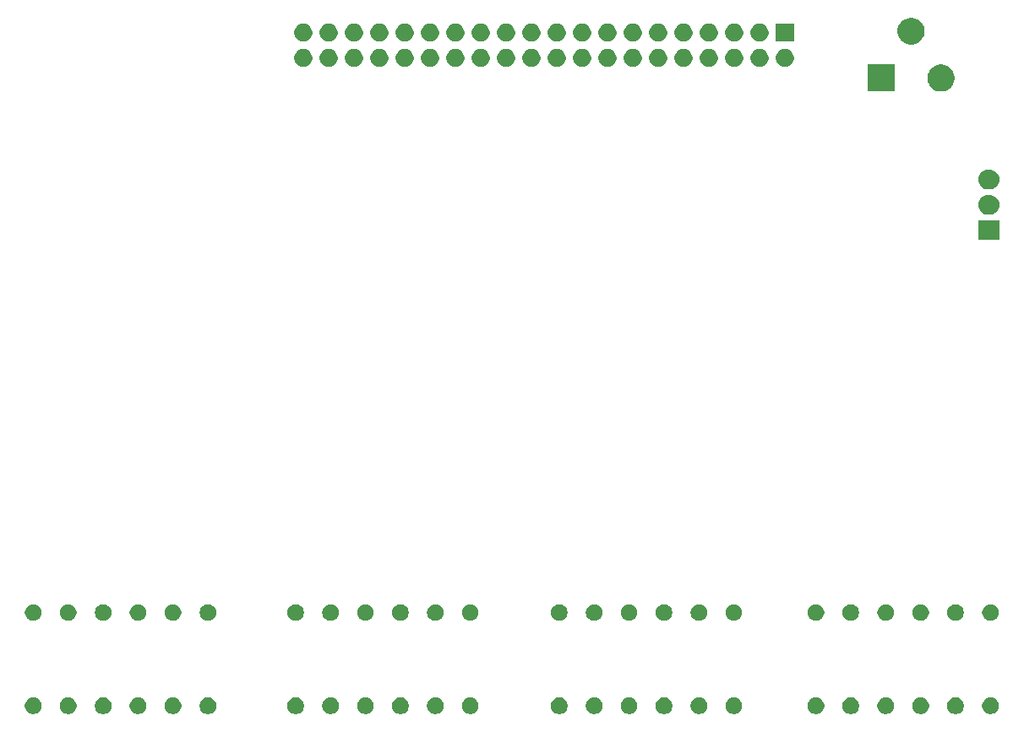
<source format=gbr>
G04 #@! TF.GenerationSoftware,KiCad,Pcbnew,5.1.5*
G04 #@! TF.CreationDate,2020-05-08T01:24:46-04:00*
G04 #@! TF.ProjectId,EVE-PCB-V3,4556452d-5043-4422-9d56-332e6b696361,rev?*
G04 #@! TF.SameCoordinates,Original*
G04 #@! TF.FileFunction,Soldermask,Bot*
G04 #@! TF.FilePolarity,Negative*
%FSLAX46Y46*%
G04 Gerber Fmt 4.6, Leading zero omitted, Abs format (unit mm)*
G04 Created by KiCad (PCBNEW 5.1.5) date 2020-05-08 01:24:46*
%MOMM*%
%LPD*%
G04 APERTURE LIST*
%ADD10C,0.100000*%
G04 APERTURE END LIST*
D10*
G36*
X121125927Y-104303723D02*
G01*
X121278524Y-104366930D01*
X121415858Y-104458694D01*
X121532652Y-104575488D01*
X121624416Y-104712822D01*
X121687623Y-104865419D01*
X121719846Y-105027414D01*
X121719846Y-105192586D01*
X121687623Y-105354581D01*
X121624416Y-105507178D01*
X121532652Y-105644512D01*
X121415858Y-105761306D01*
X121278524Y-105853070D01*
X121125927Y-105916277D01*
X120963932Y-105948500D01*
X120798760Y-105948500D01*
X120636765Y-105916277D01*
X120484168Y-105853070D01*
X120346834Y-105761306D01*
X120230040Y-105644512D01*
X120138276Y-105507178D01*
X120075069Y-105354581D01*
X120042846Y-105192586D01*
X120042846Y-105027414D01*
X120075069Y-104865419D01*
X120138276Y-104712822D01*
X120230040Y-104575488D01*
X120346834Y-104458694D01*
X120484168Y-104366930D01*
X120636765Y-104303723D01*
X120798760Y-104271500D01*
X120963932Y-104271500D01*
X121125927Y-104303723D01*
G37*
G36*
X173259427Y-104303723D02*
G01*
X173412024Y-104366930D01*
X173549358Y-104458694D01*
X173666152Y-104575488D01*
X173757916Y-104712822D01*
X173821123Y-104865419D01*
X173853346Y-105027414D01*
X173853346Y-105192586D01*
X173821123Y-105354581D01*
X173757916Y-105507178D01*
X173666152Y-105644512D01*
X173549358Y-105761306D01*
X173412024Y-105853070D01*
X173259427Y-105916277D01*
X173097432Y-105948500D01*
X172932260Y-105948500D01*
X172770265Y-105916277D01*
X172617668Y-105853070D01*
X172480334Y-105761306D01*
X172363540Y-105644512D01*
X172271776Y-105507178D01*
X172208569Y-105354581D01*
X172176346Y-105192586D01*
X172176346Y-105027414D01*
X172208569Y-104865419D01*
X172271776Y-104712822D01*
X172363540Y-104575488D01*
X172480334Y-104458694D01*
X172617668Y-104366930D01*
X172770265Y-104303723D01*
X172932260Y-104271500D01*
X173097432Y-104271500D01*
X173259427Y-104303723D01*
G37*
G36*
X117625927Y-104303723D02*
G01*
X117778524Y-104366930D01*
X117915858Y-104458694D01*
X118032652Y-104575488D01*
X118124416Y-104712822D01*
X118187623Y-104865419D01*
X118219846Y-105027414D01*
X118219846Y-105192586D01*
X118187623Y-105354581D01*
X118124416Y-105507178D01*
X118032652Y-105644512D01*
X117915858Y-105761306D01*
X117778524Y-105853070D01*
X117625927Y-105916277D01*
X117463932Y-105948500D01*
X117298760Y-105948500D01*
X117136765Y-105916277D01*
X116984168Y-105853070D01*
X116846834Y-105761306D01*
X116730040Y-105644512D01*
X116638276Y-105507178D01*
X116575069Y-105354581D01*
X116542846Y-105192586D01*
X116542846Y-105027414D01*
X116575069Y-104865419D01*
X116638276Y-104712822D01*
X116730040Y-104575488D01*
X116846834Y-104458694D01*
X116984168Y-104366930D01*
X117136765Y-104303723D01*
X117298760Y-104271500D01*
X117463932Y-104271500D01*
X117625927Y-104303723D01*
G37*
G36*
X108836927Y-104303723D02*
G01*
X108989524Y-104366930D01*
X109126858Y-104458694D01*
X109243652Y-104575488D01*
X109335416Y-104712822D01*
X109398623Y-104865419D01*
X109430846Y-105027414D01*
X109430846Y-105192586D01*
X109398623Y-105354581D01*
X109335416Y-105507178D01*
X109243652Y-105644512D01*
X109126858Y-105761306D01*
X108989524Y-105853070D01*
X108836927Y-105916277D01*
X108674932Y-105948500D01*
X108509760Y-105948500D01*
X108347765Y-105916277D01*
X108195168Y-105853070D01*
X108057834Y-105761306D01*
X107941040Y-105644512D01*
X107849276Y-105507178D01*
X107786069Y-105354581D01*
X107753846Y-105192586D01*
X107753846Y-105027414D01*
X107786069Y-104865419D01*
X107849276Y-104712822D01*
X107941040Y-104575488D01*
X108057834Y-104458694D01*
X108195168Y-104366930D01*
X108347765Y-104303723D01*
X108509760Y-104271500D01*
X108674932Y-104271500D01*
X108836927Y-104303723D01*
G37*
G36*
X105336927Y-104303723D02*
G01*
X105489524Y-104366930D01*
X105626858Y-104458694D01*
X105743652Y-104575488D01*
X105835416Y-104712822D01*
X105898623Y-104865419D01*
X105930846Y-105027414D01*
X105930846Y-105192586D01*
X105898623Y-105354581D01*
X105835416Y-105507178D01*
X105743652Y-105644512D01*
X105626858Y-105761306D01*
X105489524Y-105853070D01*
X105336927Y-105916277D01*
X105174932Y-105948500D01*
X105009760Y-105948500D01*
X104847765Y-105916277D01*
X104695168Y-105853070D01*
X104557834Y-105761306D01*
X104441040Y-105644512D01*
X104349276Y-105507178D01*
X104286069Y-105354581D01*
X104253846Y-105192586D01*
X104253846Y-105027414D01*
X104286069Y-104865419D01*
X104349276Y-104712822D01*
X104441040Y-104575488D01*
X104557834Y-104458694D01*
X104695168Y-104366930D01*
X104847765Y-104303723D01*
X105009760Y-104271500D01*
X105174932Y-104271500D01*
X105336927Y-104303723D01*
G37*
G36*
X101836927Y-104303723D02*
G01*
X101989524Y-104366930D01*
X102126858Y-104458694D01*
X102243652Y-104575488D01*
X102335416Y-104712822D01*
X102398623Y-104865419D01*
X102430846Y-105027414D01*
X102430846Y-105192586D01*
X102398623Y-105354581D01*
X102335416Y-105507178D01*
X102243652Y-105644512D01*
X102126858Y-105761306D01*
X101989524Y-105853070D01*
X101836927Y-105916277D01*
X101674932Y-105948500D01*
X101509760Y-105948500D01*
X101347765Y-105916277D01*
X101195168Y-105853070D01*
X101057834Y-105761306D01*
X100941040Y-105644512D01*
X100849276Y-105507178D01*
X100786069Y-105354581D01*
X100753846Y-105192586D01*
X100753846Y-105027414D01*
X100786069Y-104865419D01*
X100849276Y-104712822D01*
X100941040Y-104575488D01*
X101057834Y-104458694D01*
X101195168Y-104366930D01*
X101347765Y-104303723D01*
X101509760Y-104271500D01*
X101674932Y-104271500D01*
X101836927Y-104303723D01*
G37*
G36*
X98336927Y-104303723D02*
G01*
X98489524Y-104366930D01*
X98626858Y-104458694D01*
X98743652Y-104575488D01*
X98835416Y-104712822D01*
X98898623Y-104865419D01*
X98930846Y-105027414D01*
X98930846Y-105192586D01*
X98898623Y-105354581D01*
X98835416Y-105507178D01*
X98743652Y-105644512D01*
X98626858Y-105761306D01*
X98489524Y-105853070D01*
X98336927Y-105916277D01*
X98174932Y-105948500D01*
X98009760Y-105948500D01*
X97847765Y-105916277D01*
X97695168Y-105853070D01*
X97557834Y-105761306D01*
X97441040Y-105644512D01*
X97349276Y-105507178D01*
X97286069Y-105354581D01*
X97253846Y-105192586D01*
X97253846Y-105027414D01*
X97286069Y-104865419D01*
X97349276Y-104712822D01*
X97441040Y-104575488D01*
X97557834Y-104458694D01*
X97695168Y-104366930D01*
X97847765Y-104303723D01*
X98009760Y-104271500D01*
X98174932Y-104271500D01*
X98336927Y-104303723D01*
G37*
G36*
X94836927Y-104303723D02*
G01*
X94989524Y-104366930D01*
X95126858Y-104458694D01*
X95243652Y-104575488D01*
X95335416Y-104712822D01*
X95398623Y-104865419D01*
X95430846Y-105027414D01*
X95430846Y-105192586D01*
X95398623Y-105354581D01*
X95335416Y-105507178D01*
X95243652Y-105644512D01*
X95126858Y-105761306D01*
X94989524Y-105853070D01*
X94836927Y-105916277D01*
X94674932Y-105948500D01*
X94509760Y-105948500D01*
X94347765Y-105916277D01*
X94195168Y-105853070D01*
X94057834Y-105761306D01*
X93941040Y-105644512D01*
X93849276Y-105507178D01*
X93786069Y-105354581D01*
X93753846Y-105192586D01*
X93753846Y-105027414D01*
X93786069Y-104865419D01*
X93849276Y-104712822D01*
X93941040Y-104575488D01*
X94057834Y-104458694D01*
X94195168Y-104366930D01*
X94347765Y-104303723D01*
X94509760Y-104271500D01*
X94674932Y-104271500D01*
X94836927Y-104303723D01*
G37*
G36*
X91336927Y-104303723D02*
G01*
X91489524Y-104366930D01*
X91626858Y-104458694D01*
X91743652Y-104575488D01*
X91835416Y-104712822D01*
X91898623Y-104865419D01*
X91930846Y-105027414D01*
X91930846Y-105192586D01*
X91898623Y-105354581D01*
X91835416Y-105507178D01*
X91743652Y-105644512D01*
X91626858Y-105761306D01*
X91489524Y-105853070D01*
X91336927Y-105916277D01*
X91174932Y-105948500D01*
X91009760Y-105948500D01*
X90847765Y-105916277D01*
X90695168Y-105853070D01*
X90557834Y-105761306D01*
X90441040Y-105644512D01*
X90349276Y-105507178D01*
X90286069Y-105354581D01*
X90253846Y-105192586D01*
X90253846Y-105027414D01*
X90286069Y-104865419D01*
X90349276Y-104712822D01*
X90441040Y-104575488D01*
X90557834Y-104458694D01*
X90695168Y-104366930D01*
X90847765Y-104303723D01*
X91009760Y-104271500D01*
X91174932Y-104271500D01*
X91336927Y-104303723D01*
G37*
G36*
X187259427Y-104303723D02*
G01*
X187412024Y-104366930D01*
X187549358Y-104458694D01*
X187666152Y-104575488D01*
X187757916Y-104712822D01*
X187821123Y-104865419D01*
X187853346Y-105027414D01*
X187853346Y-105192586D01*
X187821123Y-105354581D01*
X187757916Y-105507178D01*
X187666152Y-105644512D01*
X187549358Y-105761306D01*
X187412024Y-105853070D01*
X187259427Y-105916277D01*
X187097432Y-105948500D01*
X186932260Y-105948500D01*
X186770265Y-105916277D01*
X186617668Y-105853070D01*
X186480334Y-105761306D01*
X186363540Y-105644512D01*
X186271776Y-105507178D01*
X186208569Y-105354581D01*
X186176346Y-105192586D01*
X186176346Y-105027414D01*
X186208569Y-104865419D01*
X186271776Y-104712822D01*
X186363540Y-104575488D01*
X186480334Y-104458694D01*
X186617668Y-104366930D01*
X186770265Y-104303723D01*
X186932260Y-104271500D01*
X187097432Y-104271500D01*
X187259427Y-104303723D01*
G37*
G36*
X183759427Y-104303723D02*
G01*
X183912024Y-104366930D01*
X184049358Y-104458694D01*
X184166152Y-104575488D01*
X184257916Y-104712822D01*
X184321123Y-104865419D01*
X184353346Y-105027414D01*
X184353346Y-105192586D01*
X184321123Y-105354581D01*
X184257916Y-105507178D01*
X184166152Y-105644512D01*
X184049358Y-105761306D01*
X183912024Y-105853070D01*
X183759427Y-105916277D01*
X183597432Y-105948500D01*
X183432260Y-105948500D01*
X183270265Y-105916277D01*
X183117668Y-105853070D01*
X182980334Y-105761306D01*
X182863540Y-105644512D01*
X182771776Y-105507178D01*
X182708569Y-105354581D01*
X182676346Y-105192586D01*
X182676346Y-105027414D01*
X182708569Y-104865419D01*
X182771776Y-104712822D01*
X182863540Y-104575488D01*
X182980334Y-104458694D01*
X183117668Y-104366930D01*
X183270265Y-104303723D01*
X183432260Y-104271500D01*
X183597432Y-104271500D01*
X183759427Y-104303723D01*
G37*
G36*
X180259427Y-104303723D02*
G01*
X180412024Y-104366930D01*
X180549358Y-104458694D01*
X180666152Y-104575488D01*
X180757916Y-104712822D01*
X180821123Y-104865419D01*
X180853346Y-105027414D01*
X180853346Y-105192586D01*
X180821123Y-105354581D01*
X180757916Y-105507178D01*
X180666152Y-105644512D01*
X180549358Y-105761306D01*
X180412024Y-105853070D01*
X180259427Y-105916277D01*
X180097432Y-105948500D01*
X179932260Y-105948500D01*
X179770265Y-105916277D01*
X179617668Y-105853070D01*
X179480334Y-105761306D01*
X179363540Y-105644512D01*
X179271776Y-105507178D01*
X179208569Y-105354581D01*
X179176346Y-105192586D01*
X179176346Y-105027414D01*
X179208569Y-104865419D01*
X179271776Y-104712822D01*
X179363540Y-104575488D01*
X179480334Y-104458694D01*
X179617668Y-104366930D01*
X179770265Y-104303723D01*
X179932260Y-104271500D01*
X180097432Y-104271500D01*
X180259427Y-104303723D01*
G37*
G36*
X176759427Y-104303723D02*
G01*
X176912024Y-104366930D01*
X177049358Y-104458694D01*
X177166152Y-104575488D01*
X177257916Y-104712822D01*
X177321123Y-104865419D01*
X177353346Y-105027414D01*
X177353346Y-105192586D01*
X177321123Y-105354581D01*
X177257916Y-105507178D01*
X177166152Y-105644512D01*
X177049358Y-105761306D01*
X176912024Y-105853070D01*
X176759427Y-105916277D01*
X176597432Y-105948500D01*
X176432260Y-105948500D01*
X176270265Y-105916277D01*
X176117668Y-105853070D01*
X175980334Y-105761306D01*
X175863540Y-105644512D01*
X175771776Y-105507178D01*
X175708569Y-105354581D01*
X175676346Y-105192586D01*
X175676346Y-105027414D01*
X175708569Y-104865419D01*
X175771776Y-104712822D01*
X175863540Y-104575488D01*
X175980334Y-104458694D01*
X176117668Y-104366930D01*
X176270265Y-104303723D01*
X176432260Y-104271500D01*
X176597432Y-104271500D01*
X176759427Y-104303723D01*
G37*
G36*
X169759427Y-104303723D02*
G01*
X169912024Y-104366930D01*
X170049358Y-104458694D01*
X170166152Y-104575488D01*
X170257916Y-104712822D01*
X170321123Y-104865419D01*
X170353346Y-105027414D01*
X170353346Y-105192586D01*
X170321123Y-105354581D01*
X170257916Y-105507178D01*
X170166152Y-105644512D01*
X170049358Y-105761306D01*
X169912024Y-105853070D01*
X169759427Y-105916277D01*
X169597432Y-105948500D01*
X169432260Y-105948500D01*
X169270265Y-105916277D01*
X169117668Y-105853070D01*
X168980334Y-105761306D01*
X168863540Y-105644512D01*
X168771776Y-105507178D01*
X168708569Y-105354581D01*
X168676346Y-105192586D01*
X168676346Y-105027414D01*
X168708569Y-104865419D01*
X168771776Y-104712822D01*
X168863540Y-104575488D01*
X168980334Y-104458694D01*
X169117668Y-104366930D01*
X169270265Y-104303723D01*
X169432260Y-104271500D01*
X169597432Y-104271500D01*
X169759427Y-104303723D01*
G37*
G36*
X144041927Y-104303723D02*
G01*
X144194524Y-104366930D01*
X144331858Y-104458694D01*
X144448652Y-104575488D01*
X144540416Y-104712822D01*
X144603623Y-104865419D01*
X144635846Y-105027414D01*
X144635846Y-105192586D01*
X144603623Y-105354581D01*
X144540416Y-105507178D01*
X144448652Y-105644512D01*
X144331858Y-105761306D01*
X144194524Y-105853070D01*
X144041927Y-105916277D01*
X143879932Y-105948500D01*
X143714760Y-105948500D01*
X143552765Y-105916277D01*
X143400168Y-105853070D01*
X143262834Y-105761306D01*
X143146040Y-105644512D01*
X143054276Y-105507178D01*
X142991069Y-105354581D01*
X142958846Y-105192586D01*
X142958846Y-105027414D01*
X142991069Y-104865419D01*
X143054276Y-104712822D01*
X143146040Y-104575488D01*
X143262834Y-104458694D01*
X143400168Y-104366930D01*
X143552765Y-104303723D01*
X143714760Y-104271500D01*
X143879932Y-104271500D01*
X144041927Y-104303723D01*
G37*
G36*
X124625927Y-104303723D02*
G01*
X124778524Y-104366930D01*
X124915858Y-104458694D01*
X125032652Y-104575488D01*
X125124416Y-104712822D01*
X125187623Y-104865419D01*
X125219846Y-105027414D01*
X125219846Y-105192586D01*
X125187623Y-105354581D01*
X125124416Y-105507178D01*
X125032652Y-105644512D01*
X124915858Y-105761306D01*
X124778524Y-105853070D01*
X124625927Y-105916277D01*
X124463932Y-105948500D01*
X124298760Y-105948500D01*
X124136765Y-105916277D01*
X123984168Y-105853070D01*
X123846834Y-105761306D01*
X123730040Y-105644512D01*
X123638276Y-105507178D01*
X123575069Y-105354581D01*
X123542846Y-105192586D01*
X123542846Y-105027414D01*
X123575069Y-104865419D01*
X123638276Y-104712822D01*
X123730040Y-104575488D01*
X123846834Y-104458694D01*
X123984168Y-104366930D01*
X124136765Y-104303723D01*
X124298760Y-104271500D01*
X124463932Y-104271500D01*
X124625927Y-104303723D01*
G37*
G36*
X128125927Y-104303723D02*
G01*
X128278524Y-104366930D01*
X128415858Y-104458694D01*
X128532652Y-104575488D01*
X128624416Y-104712822D01*
X128687623Y-104865419D01*
X128719846Y-105027414D01*
X128719846Y-105192586D01*
X128687623Y-105354581D01*
X128624416Y-105507178D01*
X128532652Y-105644512D01*
X128415858Y-105761306D01*
X128278524Y-105853070D01*
X128125927Y-105916277D01*
X127963932Y-105948500D01*
X127798760Y-105948500D01*
X127636765Y-105916277D01*
X127484168Y-105853070D01*
X127346834Y-105761306D01*
X127230040Y-105644512D01*
X127138276Y-105507178D01*
X127075069Y-105354581D01*
X127042846Y-105192586D01*
X127042846Y-105027414D01*
X127075069Y-104865419D01*
X127138276Y-104712822D01*
X127230040Y-104575488D01*
X127346834Y-104458694D01*
X127484168Y-104366930D01*
X127636765Y-104303723D01*
X127798760Y-104271500D01*
X127963932Y-104271500D01*
X128125927Y-104303723D01*
G37*
G36*
X131625927Y-104303723D02*
G01*
X131778524Y-104366930D01*
X131915858Y-104458694D01*
X132032652Y-104575488D01*
X132124416Y-104712822D01*
X132187623Y-104865419D01*
X132219846Y-105027414D01*
X132219846Y-105192586D01*
X132187623Y-105354581D01*
X132124416Y-105507178D01*
X132032652Y-105644512D01*
X131915858Y-105761306D01*
X131778524Y-105853070D01*
X131625927Y-105916277D01*
X131463932Y-105948500D01*
X131298760Y-105948500D01*
X131136765Y-105916277D01*
X130984168Y-105853070D01*
X130846834Y-105761306D01*
X130730040Y-105644512D01*
X130638276Y-105507178D01*
X130575069Y-105354581D01*
X130542846Y-105192586D01*
X130542846Y-105027414D01*
X130575069Y-104865419D01*
X130638276Y-104712822D01*
X130730040Y-104575488D01*
X130846834Y-104458694D01*
X130984168Y-104366930D01*
X131136765Y-104303723D01*
X131298760Y-104271500D01*
X131463932Y-104271500D01*
X131625927Y-104303723D01*
G37*
G36*
X135125927Y-104303723D02*
G01*
X135278524Y-104366930D01*
X135415858Y-104458694D01*
X135532652Y-104575488D01*
X135624416Y-104712822D01*
X135687623Y-104865419D01*
X135719846Y-105027414D01*
X135719846Y-105192586D01*
X135687623Y-105354581D01*
X135624416Y-105507178D01*
X135532652Y-105644512D01*
X135415858Y-105761306D01*
X135278524Y-105853070D01*
X135125927Y-105916277D01*
X134963932Y-105948500D01*
X134798760Y-105948500D01*
X134636765Y-105916277D01*
X134484168Y-105853070D01*
X134346834Y-105761306D01*
X134230040Y-105644512D01*
X134138276Y-105507178D01*
X134075069Y-105354581D01*
X134042846Y-105192586D01*
X134042846Y-105027414D01*
X134075069Y-104865419D01*
X134138276Y-104712822D01*
X134230040Y-104575488D01*
X134346834Y-104458694D01*
X134484168Y-104366930D01*
X134636765Y-104303723D01*
X134798760Y-104271500D01*
X134963932Y-104271500D01*
X135125927Y-104303723D01*
G37*
G36*
X147541927Y-104303723D02*
G01*
X147694524Y-104366930D01*
X147831858Y-104458694D01*
X147948652Y-104575488D01*
X148040416Y-104712822D01*
X148103623Y-104865419D01*
X148135846Y-105027414D01*
X148135846Y-105192586D01*
X148103623Y-105354581D01*
X148040416Y-105507178D01*
X147948652Y-105644512D01*
X147831858Y-105761306D01*
X147694524Y-105853070D01*
X147541927Y-105916277D01*
X147379932Y-105948500D01*
X147214760Y-105948500D01*
X147052765Y-105916277D01*
X146900168Y-105853070D01*
X146762834Y-105761306D01*
X146646040Y-105644512D01*
X146554276Y-105507178D01*
X146491069Y-105354581D01*
X146458846Y-105192586D01*
X146458846Y-105027414D01*
X146491069Y-104865419D01*
X146554276Y-104712822D01*
X146646040Y-104575488D01*
X146762834Y-104458694D01*
X146900168Y-104366930D01*
X147052765Y-104303723D01*
X147214760Y-104271500D01*
X147379932Y-104271500D01*
X147541927Y-104303723D01*
G37*
G36*
X151041927Y-104303723D02*
G01*
X151194524Y-104366930D01*
X151331858Y-104458694D01*
X151448652Y-104575488D01*
X151540416Y-104712822D01*
X151603623Y-104865419D01*
X151635846Y-105027414D01*
X151635846Y-105192586D01*
X151603623Y-105354581D01*
X151540416Y-105507178D01*
X151448652Y-105644512D01*
X151331858Y-105761306D01*
X151194524Y-105853070D01*
X151041927Y-105916277D01*
X150879932Y-105948500D01*
X150714760Y-105948500D01*
X150552765Y-105916277D01*
X150400168Y-105853070D01*
X150262834Y-105761306D01*
X150146040Y-105644512D01*
X150054276Y-105507178D01*
X149991069Y-105354581D01*
X149958846Y-105192586D01*
X149958846Y-105027414D01*
X149991069Y-104865419D01*
X150054276Y-104712822D01*
X150146040Y-104575488D01*
X150262834Y-104458694D01*
X150400168Y-104366930D01*
X150552765Y-104303723D01*
X150714760Y-104271500D01*
X150879932Y-104271500D01*
X151041927Y-104303723D01*
G37*
G36*
X154541927Y-104303723D02*
G01*
X154694524Y-104366930D01*
X154831858Y-104458694D01*
X154948652Y-104575488D01*
X155040416Y-104712822D01*
X155103623Y-104865419D01*
X155135846Y-105027414D01*
X155135846Y-105192586D01*
X155103623Y-105354581D01*
X155040416Y-105507178D01*
X154948652Y-105644512D01*
X154831858Y-105761306D01*
X154694524Y-105853070D01*
X154541927Y-105916277D01*
X154379932Y-105948500D01*
X154214760Y-105948500D01*
X154052765Y-105916277D01*
X153900168Y-105853070D01*
X153762834Y-105761306D01*
X153646040Y-105644512D01*
X153554276Y-105507178D01*
X153491069Y-105354581D01*
X153458846Y-105192586D01*
X153458846Y-105027414D01*
X153491069Y-104865419D01*
X153554276Y-104712822D01*
X153646040Y-104575488D01*
X153762834Y-104458694D01*
X153900168Y-104366930D01*
X154052765Y-104303723D01*
X154214760Y-104271500D01*
X154379932Y-104271500D01*
X154541927Y-104303723D01*
G37*
G36*
X158041927Y-104303723D02*
G01*
X158194524Y-104366930D01*
X158331858Y-104458694D01*
X158448652Y-104575488D01*
X158540416Y-104712822D01*
X158603623Y-104865419D01*
X158635846Y-105027414D01*
X158635846Y-105192586D01*
X158603623Y-105354581D01*
X158540416Y-105507178D01*
X158448652Y-105644512D01*
X158331858Y-105761306D01*
X158194524Y-105853070D01*
X158041927Y-105916277D01*
X157879932Y-105948500D01*
X157714760Y-105948500D01*
X157552765Y-105916277D01*
X157400168Y-105853070D01*
X157262834Y-105761306D01*
X157146040Y-105644512D01*
X157054276Y-105507178D01*
X156991069Y-105354581D01*
X156958846Y-105192586D01*
X156958846Y-105027414D01*
X156991069Y-104865419D01*
X157054276Y-104712822D01*
X157146040Y-104575488D01*
X157262834Y-104458694D01*
X157400168Y-104366930D01*
X157552765Y-104303723D01*
X157714760Y-104271500D01*
X157879932Y-104271500D01*
X158041927Y-104303723D01*
G37*
G36*
X161541927Y-104303723D02*
G01*
X161694524Y-104366930D01*
X161831858Y-104458694D01*
X161948652Y-104575488D01*
X162040416Y-104712822D01*
X162103623Y-104865419D01*
X162135846Y-105027414D01*
X162135846Y-105192586D01*
X162103623Y-105354581D01*
X162040416Y-105507178D01*
X161948652Y-105644512D01*
X161831858Y-105761306D01*
X161694524Y-105853070D01*
X161541927Y-105916277D01*
X161379932Y-105948500D01*
X161214760Y-105948500D01*
X161052765Y-105916277D01*
X160900168Y-105853070D01*
X160762834Y-105761306D01*
X160646040Y-105644512D01*
X160554276Y-105507178D01*
X160491069Y-105354581D01*
X160458846Y-105192586D01*
X160458846Y-105027414D01*
X160491069Y-104865419D01*
X160554276Y-104712822D01*
X160646040Y-104575488D01*
X160762834Y-104458694D01*
X160900168Y-104366930D01*
X161052765Y-104303723D01*
X161214760Y-104271500D01*
X161379932Y-104271500D01*
X161541927Y-104303723D01*
G37*
G36*
X131625927Y-94953723D02*
G01*
X131778524Y-95016930D01*
X131915858Y-95108694D01*
X132032652Y-95225488D01*
X132124416Y-95362822D01*
X132187623Y-95515419D01*
X132219846Y-95677414D01*
X132219846Y-95842586D01*
X132187623Y-96004581D01*
X132124416Y-96157178D01*
X132032652Y-96294512D01*
X131915858Y-96411306D01*
X131778524Y-96503070D01*
X131625927Y-96566277D01*
X131463932Y-96598500D01*
X131298760Y-96598500D01*
X131136765Y-96566277D01*
X130984168Y-96503070D01*
X130846834Y-96411306D01*
X130730040Y-96294512D01*
X130638276Y-96157178D01*
X130575069Y-96004581D01*
X130542846Y-95842586D01*
X130542846Y-95677414D01*
X130575069Y-95515419D01*
X130638276Y-95362822D01*
X130730040Y-95225488D01*
X130846834Y-95108694D01*
X130984168Y-95016930D01*
X131136765Y-94953723D01*
X131298760Y-94921500D01*
X131463932Y-94921500D01*
X131625927Y-94953723D01*
G37*
G36*
X180259427Y-94953723D02*
G01*
X180412024Y-95016930D01*
X180549358Y-95108694D01*
X180666152Y-95225488D01*
X180757916Y-95362822D01*
X180821123Y-95515419D01*
X180853346Y-95677414D01*
X180853346Y-95842586D01*
X180821123Y-96004581D01*
X180757916Y-96157178D01*
X180666152Y-96294512D01*
X180549358Y-96411306D01*
X180412024Y-96503070D01*
X180259427Y-96566277D01*
X180097432Y-96598500D01*
X179932260Y-96598500D01*
X179770265Y-96566277D01*
X179617668Y-96503070D01*
X179480334Y-96411306D01*
X179363540Y-96294512D01*
X179271776Y-96157178D01*
X179208569Y-96004581D01*
X179176346Y-95842586D01*
X179176346Y-95677414D01*
X179208569Y-95515419D01*
X179271776Y-95362822D01*
X179363540Y-95225488D01*
X179480334Y-95108694D01*
X179617668Y-95016930D01*
X179770265Y-94953723D01*
X179932260Y-94921500D01*
X180097432Y-94921500D01*
X180259427Y-94953723D01*
G37*
G36*
X176759427Y-94953723D02*
G01*
X176912024Y-95016930D01*
X177049358Y-95108694D01*
X177166152Y-95225488D01*
X177257916Y-95362822D01*
X177321123Y-95515419D01*
X177353346Y-95677414D01*
X177353346Y-95842586D01*
X177321123Y-96004581D01*
X177257916Y-96157178D01*
X177166152Y-96294512D01*
X177049358Y-96411306D01*
X176912024Y-96503070D01*
X176759427Y-96566277D01*
X176597432Y-96598500D01*
X176432260Y-96598500D01*
X176270265Y-96566277D01*
X176117668Y-96503070D01*
X175980334Y-96411306D01*
X175863540Y-96294512D01*
X175771776Y-96157178D01*
X175708569Y-96004581D01*
X175676346Y-95842586D01*
X175676346Y-95677414D01*
X175708569Y-95515419D01*
X175771776Y-95362822D01*
X175863540Y-95225488D01*
X175980334Y-95108694D01*
X176117668Y-95016930D01*
X176270265Y-94953723D01*
X176432260Y-94921500D01*
X176597432Y-94921500D01*
X176759427Y-94953723D01*
G37*
G36*
X135125927Y-94953723D02*
G01*
X135278524Y-95016930D01*
X135415858Y-95108694D01*
X135532652Y-95225488D01*
X135624416Y-95362822D01*
X135687623Y-95515419D01*
X135719846Y-95677414D01*
X135719846Y-95842586D01*
X135687623Y-96004581D01*
X135624416Y-96157178D01*
X135532652Y-96294512D01*
X135415858Y-96411306D01*
X135278524Y-96503070D01*
X135125927Y-96566277D01*
X134963932Y-96598500D01*
X134798760Y-96598500D01*
X134636765Y-96566277D01*
X134484168Y-96503070D01*
X134346834Y-96411306D01*
X134230040Y-96294512D01*
X134138276Y-96157178D01*
X134075069Y-96004581D01*
X134042846Y-95842586D01*
X134042846Y-95677414D01*
X134075069Y-95515419D01*
X134138276Y-95362822D01*
X134230040Y-95225488D01*
X134346834Y-95108694D01*
X134484168Y-95016930D01*
X134636765Y-94953723D01*
X134798760Y-94921500D01*
X134963932Y-94921500D01*
X135125927Y-94953723D01*
G37*
G36*
X173259427Y-94953723D02*
G01*
X173412024Y-95016930D01*
X173549358Y-95108694D01*
X173666152Y-95225488D01*
X173757916Y-95362822D01*
X173821123Y-95515419D01*
X173853346Y-95677414D01*
X173853346Y-95842586D01*
X173821123Y-96004581D01*
X173757916Y-96157178D01*
X173666152Y-96294512D01*
X173549358Y-96411306D01*
X173412024Y-96503070D01*
X173259427Y-96566277D01*
X173097432Y-96598500D01*
X172932260Y-96598500D01*
X172770265Y-96566277D01*
X172617668Y-96503070D01*
X172480334Y-96411306D01*
X172363540Y-96294512D01*
X172271776Y-96157178D01*
X172208569Y-96004581D01*
X172176346Y-95842586D01*
X172176346Y-95677414D01*
X172208569Y-95515419D01*
X172271776Y-95362822D01*
X172363540Y-95225488D01*
X172480334Y-95108694D01*
X172617668Y-95016930D01*
X172770265Y-94953723D01*
X172932260Y-94921500D01*
X173097432Y-94921500D01*
X173259427Y-94953723D01*
G37*
G36*
X108836927Y-94953723D02*
G01*
X108989524Y-95016930D01*
X109126858Y-95108694D01*
X109243652Y-95225488D01*
X109335416Y-95362822D01*
X109398623Y-95515419D01*
X109430846Y-95677414D01*
X109430846Y-95842586D01*
X109398623Y-96004581D01*
X109335416Y-96157178D01*
X109243652Y-96294512D01*
X109126858Y-96411306D01*
X108989524Y-96503070D01*
X108836927Y-96566277D01*
X108674932Y-96598500D01*
X108509760Y-96598500D01*
X108347765Y-96566277D01*
X108195168Y-96503070D01*
X108057834Y-96411306D01*
X107941040Y-96294512D01*
X107849276Y-96157178D01*
X107786069Y-96004581D01*
X107753846Y-95842586D01*
X107753846Y-95677414D01*
X107786069Y-95515419D01*
X107849276Y-95362822D01*
X107941040Y-95225488D01*
X108057834Y-95108694D01*
X108195168Y-95016930D01*
X108347765Y-94953723D01*
X108509760Y-94921500D01*
X108674932Y-94921500D01*
X108836927Y-94953723D01*
G37*
G36*
X169759427Y-94953723D02*
G01*
X169912024Y-95016930D01*
X170049358Y-95108694D01*
X170166152Y-95225488D01*
X170257916Y-95362822D01*
X170321123Y-95515419D01*
X170353346Y-95677414D01*
X170353346Y-95842586D01*
X170321123Y-96004581D01*
X170257916Y-96157178D01*
X170166152Y-96294512D01*
X170049358Y-96411306D01*
X169912024Y-96503070D01*
X169759427Y-96566277D01*
X169597432Y-96598500D01*
X169432260Y-96598500D01*
X169270265Y-96566277D01*
X169117668Y-96503070D01*
X168980334Y-96411306D01*
X168863540Y-96294512D01*
X168771776Y-96157178D01*
X168708569Y-96004581D01*
X168676346Y-95842586D01*
X168676346Y-95677414D01*
X168708569Y-95515419D01*
X168771776Y-95362822D01*
X168863540Y-95225488D01*
X168980334Y-95108694D01*
X169117668Y-95016930D01*
X169270265Y-94953723D01*
X169432260Y-94921500D01*
X169597432Y-94921500D01*
X169759427Y-94953723D01*
G37*
G36*
X144041927Y-94953723D02*
G01*
X144194524Y-95016930D01*
X144331858Y-95108694D01*
X144448652Y-95225488D01*
X144540416Y-95362822D01*
X144603623Y-95515419D01*
X144635846Y-95677414D01*
X144635846Y-95842586D01*
X144603623Y-96004581D01*
X144540416Y-96157178D01*
X144448652Y-96294512D01*
X144331858Y-96411306D01*
X144194524Y-96503070D01*
X144041927Y-96566277D01*
X143879932Y-96598500D01*
X143714760Y-96598500D01*
X143552765Y-96566277D01*
X143400168Y-96503070D01*
X143262834Y-96411306D01*
X143146040Y-96294512D01*
X143054276Y-96157178D01*
X142991069Y-96004581D01*
X142958846Y-95842586D01*
X142958846Y-95677414D01*
X142991069Y-95515419D01*
X143054276Y-95362822D01*
X143146040Y-95225488D01*
X143262834Y-95108694D01*
X143400168Y-95016930D01*
X143552765Y-94953723D01*
X143714760Y-94921500D01*
X143879932Y-94921500D01*
X144041927Y-94953723D01*
G37*
G36*
X161541927Y-94953723D02*
G01*
X161694524Y-95016930D01*
X161831858Y-95108694D01*
X161948652Y-95225488D01*
X162040416Y-95362822D01*
X162103623Y-95515419D01*
X162135846Y-95677414D01*
X162135846Y-95842586D01*
X162103623Y-96004581D01*
X162040416Y-96157178D01*
X161948652Y-96294512D01*
X161831858Y-96411306D01*
X161694524Y-96503070D01*
X161541927Y-96566277D01*
X161379932Y-96598500D01*
X161214760Y-96598500D01*
X161052765Y-96566277D01*
X160900168Y-96503070D01*
X160762834Y-96411306D01*
X160646040Y-96294512D01*
X160554276Y-96157178D01*
X160491069Y-96004581D01*
X160458846Y-95842586D01*
X160458846Y-95677414D01*
X160491069Y-95515419D01*
X160554276Y-95362822D01*
X160646040Y-95225488D01*
X160762834Y-95108694D01*
X160900168Y-95016930D01*
X161052765Y-94953723D01*
X161214760Y-94921500D01*
X161379932Y-94921500D01*
X161541927Y-94953723D01*
G37*
G36*
X158041927Y-94953723D02*
G01*
X158194524Y-95016930D01*
X158331858Y-95108694D01*
X158448652Y-95225488D01*
X158540416Y-95362822D01*
X158603623Y-95515419D01*
X158635846Y-95677414D01*
X158635846Y-95842586D01*
X158603623Y-96004581D01*
X158540416Y-96157178D01*
X158448652Y-96294512D01*
X158331858Y-96411306D01*
X158194524Y-96503070D01*
X158041927Y-96566277D01*
X157879932Y-96598500D01*
X157714760Y-96598500D01*
X157552765Y-96566277D01*
X157400168Y-96503070D01*
X157262834Y-96411306D01*
X157146040Y-96294512D01*
X157054276Y-96157178D01*
X156991069Y-96004581D01*
X156958846Y-95842586D01*
X156958846Y-95677414D01*
X156991069Y-95515419D01*
X157054276Y-95362822D01*
X157146040Y-95225488D01*
X157262834Y-95108694D01*
X157400168Y-95016930D01*
X157552765Y-94953723D01*
X157714760Y-94921500D01*
X157879932Y-94921500D01*
X158041927Y-94953723D01*
G37*
G36*
X147541927Y-94953723D02*
G01*
X147694524Y-95016930D01*
X147831858Y-95108694D01*
X147948652Y-95225488D01*
X148040416Y-95362822D01*
X148103623Y-95515419D01*
X148135846Y-95677414D01*
X148135846Y-95842586D01*
X148103623Y-96004581D01*
X148040416Y-96157178D01*
X147948652Y-96294512D01*
X147831858Y-96411306D01*
X147694524Y-96503070D01*
X147541927Y-96566277D01*
X147379932Y-96598500D01*
X147214760Y-96598500D01*
X147052765Y-96566277D01*
X146900168Y-96503070D01*
X146762834Y-96411306D01*
X146646040Y-96294512D01*
X146554276Y-96157178D01*
X146491069Y-96004581D01*
X146458846Y-95842586D01*
X146458846Y-95677414D01*
X146491069Y-95515419D01*
X146554276Y-95362822D01*
X146646040Y-95225488D01*
X146762834Y-95108694D01*
X146900168Y-95016930D01*
X147052765Y-94953723D01*
X147214760Y-94921500D01*
X147379932Y-94921500D01*
X147541927Y-94953723D01*
G37*
G36*
X154541927Y-94953723D02*
G01*
X154694524Y-95016930D01*
X154831858Y-95108694D01*
X154948652Y-95225488D01*
X155040416Y-95362822D01*
X155103623Y-95515419D01*
X155135846Y-95677414D01*
X155135846Y-95842586D01*
X155103623Y-96004581D01*
X155040416Y-96157178D01*
X154948652Y-96294512D01*
X154831858Y-96411306D01*
X154694524Y-96503070D01*
X154541927Y-96566277D01*
X154379932Y-96598500D01*
X154214760Y-96598500D01*
X154052765Y-96566277D01*
X153900168Y-96503070D01*
X153762834Y-96411306D01*
X153646040Y-96294512D01*
X153554276Y-96157178D01*
X153491069Y-96004581D01*
X153458846Y-95842586D01*
X153458846Y-95677414D01*
X153491069Y-95515419D01*
X153554276Y-95362822D01*
X153646040Y-95225488D01*
X153762834Y-95108694D01*
X153900168Y-95016930D01*
X154052765Y-94953723D01*
X154214760Y-94921500D01*
X154379932Y-94921500D01*
X154541927Y-94953723D01*
G37*
G36*
X117625927Y-94953723D02*
G01*
X117778524Y-95016930D01*
X117915858Y-95108694D01*
X118032652Y-95225488D01*
X118124416Y-95362822D01*
X118187623Y-95515419D01*
X118219846Y-95677414D01*
X118219846Y-95842586D01*
X118187623Y-96004581D01*
X118124416Y-96157178D01*
X118032652Y-96294512D01*
X117915858Y-96411306D01*
X117778524Y-96503070D01*
X117625927Y-96566277D01*
X117463932Y-96598500D01*
X117298760Y-96598500D01*
X117136765Y-96566277D01*
X116984168Y-96503070D01*
X116846834Y-96411306D01*
X116730040Y-96294512D01*
X116638276Y-96157178D01*
X116575069Y-96004581D01*
X116542846Y-95842586D01*
X116542846Y-95677414D01*
X116575069Y-95515419D01*
X116638276Y-95362822D01*
X116730040Y-95225488D01*
X116846834Y-95108694D01*
X116984168Y-95016930D01*
X117136765Y-94953723D01*
X117298760Y-94921500D01*
X117463932Y-94921500D01*
X117625927Y-94953723D01*
G37*
G36*
X187259427Y-94953723D02*
G01*
X187412024Y-95016930D01*
X187549358Y-95108694D01*
X187666152Y-95225488D01*
X187757916Y-95362822D01*
X187821123Y-95515419D01*
X187853346Y-95677414D01*
X187853346Y-95842586D01*
X187821123Y-96004581D01*
X187757916Y-96157178D01*
X187666152Y-96294512D01*
X187549358Y-96411306D01*
X187412024Y-96503070D01*
X187259427Y-96566277D01*
X187097432Y-96598500D01*
X186932260Y-96598500D01*
X186770265Y-96566277D01*
X186617668Y-96503070D01*
X186480334Y-96411306D01*
X186363540Y-96294512D01*
X186271776Y-96157178D01*
X186208569Y-96004581D01*
X186176346Y-95842586D01*
X186176346Y-95677414D01*
X186208569Y-95515419D01*
X186271776Y-95362822D01*
X186363540Y-95225488D01*
X186480334Y-95108694D01*
X186617668Y-95016930D01*
X186770265Y-94953723D01*
X186932260Y-94921500D01*
X187097432Y-94921500D01*
X187259427Y-94953723D01*
G37*
G36*
X128125927Y-94953723D02*
G01*
X128278524Y-95016930D01*
X128415858Y-95108694D01*
X128532652Y-95225488D01*
X128624416Y-95362822D01*
X128687623Y-95515419D01*
X128719846Y-95677414D01*
X128719846Y-95842586D01*
X128687623Y-96004581D01*
X128624416Y-96157178D01*
X128532652Y-96294512D01*
X128415858Y-96411306D01*
X128278524Y-96503070D01*
X128125927Y-96566277D01*
X127963932Y-96598500D01*
X127798760Y-96598500D01*
X127636765Y-96566277D01*
X127484168Y-96503070D01*
X127346834Y-96411306D01*
X127230040Y-96294512D01*
X127138276Y-96157178D01*
X127075069Y-96004581D01*
X127042846Y-95842586D01*
X127042846Y-95677414D01*
X127075069Y-95515419D01*
X127138276Y-95362822D01*
X127230040Y-95225488D01*
X127346834Y-95108694D01*
X127484168Y-95016930D01*
X127636765Y-94953723D01*
X127798760Y-94921500D01*
X127963932Y-94921500D01*
X128125927Y-94953723D01*
G37*
G36*
X91336927Y-94953723D02*
G01*
X91489524Y-95016930D01*
X91626858Y-95108694D01*
X91743652Y-95225488D01*
X91835416Y-95362822D01*
X91898623Y-95515419D01*
X91930846Y-95677414D01*
X91930846Y-95842586D01*
X91898623Y-96004581D01*
X91835416Y-96157178D01*
X91743652Y-96294512D01*
X91626858Y-96411306D01*
X91489524Y-96503070D01*
X91336927Y-96566277D01*
X91174932Y-96598500D01*
X91009760Y-96598500D01*
X90847765Y-96566277D01*
X90695168Y-96503070D01*
X90557834Y-96411306D01*
X90441040Y-96294512D01*
X90349276Y-96157178D01*
X90286069Y-96004581D01*
X90253846Y-95842586D01*
X90253846Y-95677414D01*
X90286069Y-95515419D01*
X90349276Y-95362822D01*
X90441040Y-95225488D01*
X90557834Y-95108694D01*
X90695168Y-95016930D01*
X90847765Y-94953723D01*
X91009760Y-94921500D01*
X91174932Y-94921500D01*
X91336927Y-94953723D01*
G37*
G36*
X151041927Y-94953723D02*
G01*
X151194524Y-95016930D01*
X151331858Y-95108694D01*
X151448652Y-95225488D01*
X151540416Y-95362822D01*
X151603623Y-95515419D01*
X151635846Y-95677414D01*
X151635846Y-95842586D01*
X151603623Y-96004581D01*
X151540416Y-96157178D01*
X151448652Y-96294512D01*
X151331858Y-96411306D01*
X151194524Y-96503070D01*
X151041927Y-96566277D01*
X150879932Y-96598500D01*
X150714760Y-96598500D01*
X150552765Y-96566277D01*
X150400168Y-96503070D01*
X150262834Y-96411306D01*
X150146040Y-96294512D01*
X150054276Y-96157178D01*
X149991069Y-96004581D01*
X149958846Y-95842586D01*
X149958846Y-95677414D01*
X149991069Y-95515419D01*
X150054276Y-95362822D01*
X150146040Y-95225488D01*
X150262834Y-95108694D01*
X150400168Y-95016930D01*
X150552765Y-94953723D01*
X150714760Y-94921500D01*
X150879932Y-94921500D01*
X151041927Y-94953723D01*
G37*
G36*
X94836927Y-94953723D02*
G01*
X94989524Y-95016930D01*
X95126858Y-95108694D01*
X95243652Y-95225488D01*
X95335416Y-95362822D01*
X95398623Y-95515419D01*
X95430846Y-95677414D01*
X95430846Y-95842586D01*
X95398623Y-96004581D01*
X95335416Y-96157178D01*
X95243652Y-96294512D01*
X95126858Y-96411306D01*
X94989524Y-96503070D01*
X94836927Y-96566277D01*
X94674932Y-96598500D01*
X94509760Y-96598500D01*
X94347765Y-96566277D01*
X94195168Y-96503070D01*
X94057834Y-96411306D01*
X93941040Y-96294512D01*
X93849276Y-96157178D01*
X93786069Y-96004581D01*
X93753846Y-95842586D01*
X93753846Y-95677414D01*
X93786069Y-95515419D01*
X93849276Y-95362822D01*
X93941040Y-95225488D01*
X94057834Y-95108694D01*
X94195168Y-95016930D01*
X94347765Y-94953723D01*
X94509760Y-94921500D01*
X94674932Y-94921500D01*
X94836927Y-94953723D01*
G37*
G36*
X124625927Y-94953723D02*
G01*
X124778524Y-95016930D01*
X124915858Y-95108694D01*
X125032652Y-95225488D01*
X125124416Y-95362822D01*
X125187623Y-95515419D01*
X125219846Y-95677414D01*
X125219846Y-95842586D01*
X125187623Y-96004581D01*
X125124416Y-96157178D01*
X125032652Y-96294512D01*
X124915858Y-96411306D01*
X124778524Y-96503070D01*
X124625927Y-96566277D01*
X124463932Y-96598500D01*
X124298760Y-96598500D01*
X124136765Y-96566277D01*
X123984168Y-96503070D01*
X123846834Y-96411306D01*
X123730040Y-96294512D01*
X123638276Y-96157178D01*
X123575069Y-96004581D01*
X123542846Y-95842586D01*
X123542846Y-95677414D01*
X123575069Y-95515419D01*
X123638276Y-95362822D01*
X123730040Y-95225488D01*
X123846834Y-95108694D01*
X123984168Y-95016930D01*
X124136765Y-94953723D01*
X124298760Y-94921500D01*
X124463932Y-94921500D01*
X124625927Y-94953723D01*
G37*
G36*
X98336927Y-94953723D02*
G01*
X98489524Y-95016930D01*
X98626858Y-95108694D01*
X98743652Y-95225488D01*
X98835416Y-95362822D01*
X98898623Y-95515419D01*
X98930846Y-95677414D01*
X98930846Y-95842586D01*
X98898623Y-96004581D01*
X98835416Y-96157178D01*
X98743652Y-96294512D01*
X98626858Y-96411306D01*
X98489524Y-96503070D01*
X98336927Y-96566277D01*
X98174932Y-96598500D01*
X98009760Y-96598500D01*
X97847765Y-96566277D01*
X97695168Y-96503070D01*
X97557834Y-96411306D01*
X97441040Y-96294512D01*
X97349276Y-96157178D01*
X97286069Y-96004581D01*
X97253846Y-95842586D01*
X97253846Y-95677414D01*
X97286069Y-95515419D01*
X97349276Y-95362822D01*
X97441040Y-95225488D01*
X97557834Y-95108694D01*
X97695168Y-95016930D01*
X97847765Y-94953723D01*
X98009760Y-94921500D01*
X98174932Y-94921500D01*
X98336927Y-94953723D01*
G37*
G36*
X105336927Y-94953723D02*
G01*
X105489524Y-95016930D01*
X105626858Y-95108694D01*
X105743652Y-95225488D01*
X105835416Y-95362822D01*
X105898623Y-95515419D01*
X105930846Y-95677414D01*
X105930846Y-95842586D01*
X105898623Y-96004581D01*
X105835416Y-96157178D01*
X105743652Y-96294512D01*
X105626858Y-96411306D01*
X105489524Y-96503070D01*
X105336927Y-96566277D01*
X105174932Y-96598500D01*
X105009760Y-96598500D01*
X104847765Y-96566277D01*
X104695168Y-96503070D01*
X104557834Y-96411306D01*
X104441040Y-96294512D01*
X104349276Y-96157178D01*
X104286069Y-96004581D01*
X104253846Y-95842586D01*
X104253846Y-95677414D01*
X104286069Y-95515419D01*
X104349276Y-95362822D01*
X104441040Y-95225488D01*
X104557834Y-95108694D01*
X104695168Y-95016930D01*
X104847765Y-94953723D01*
X105009760Y-94921500D01*
X105174932Y-94921500D01*
X105336927Y-94953723D01*
G37*
G36*
X101836927Y-94953723D02*
G01*
X101989524Y-95016930D01*
X102126858Y-95108694D01*
X102243652Y-95225488D01*
X102335416Y-95362822D01*
X102398623Y-95515419D01*
X102430846Y-95677414D01*
X102430846Y-95842586D01*
X102398623Y-96004581D01*
X102335416Y-96157178D01*
X102243652Y-96294512D01*
X102126858Y-96411306D01*
X101989524Y-96503070D01*
X101836927Y-96566277D01*
X101674932Y-96598500D01*
X101509760Y-96598500D01*
X101347765Y-96566277D01*
X101195168Y-96503070D01*
X101057834Y-96411306D01*
X100941040Y-96294512D01*
X100849276Y-96157178D01*
X100786069Y-96004581D01*
X100753846Y-95842586D01*
X100753846Y-95677414D01*
X100786069Y-95515419D01*
X100849276Y-95362822D01*
X100941040Y-95225488D01*
X101057834Y-95108694D01*
X101195168Y-95016930D01*
X101347765Y-94953723D01*
X101509760Y-94921500D01*
X101674932Y-94921500D01*
X101836927Y-94953723D01*
G37*
G36*
X121125927Y-94953723D02*
G01*
X121278524Y-95016930D01*
X121415858Y-95108694D01*
X121532652Y-95225488D01*
X121624416Y-95362822D01*
X121687623Y-95515419D01*
X121719846Y-95677414D01*
X121719846Y-95842586D01*
X121687623Y-96004581D01*
X121624416Y-96157178D01*
X121532652Y-96294512D01*
X121415858Y-96411306D01*
X121278524Y-96503070D01*
X121125927Y-96566277D01*
X120963932Y-96598500D01*
X120798760Y-96598500D01*
X120636765Y-96566277D01*
X120484168Y-96503070D01*
X120346834Y-96411306D01*
X120230040Y-96294512D01*
X120138276Y-96157178D01*
X120075069Y-96004581D01*
X120042846Y-95842586D01*
X120042846Y-95677414D01*
X120075069Y-95515419D01*
X120138276Y-95362822D01*
X120230040Y-95225488D01*
X120346834Y-95108694D01*
X120484168Y-95016930D01*
X120636765Y-94953723D01*
X120798760Y-94921500D01*
X120963932Y-94921500D01*
X121125927Y-94953723D01*
G37*
G36*
X183759427Y-94953723D02*
G01*
X183912024Y-95016930D01*
X184049358Y-95108694D01*
X184166152Y-95225488D01*
X184257916Y-95362822D01*
X184321123Y-95515419D01*
X184353346Y-95677414D01*
X184353346Y-95842586D01*
X184321123Y-96004581D01*
X184257916Y-96157178D01*
X184166152Y-96294512D01*
X184049358Y-96411306D01*
X183912024Y-96503070D01*
X183759427Y-96566277D01*
X183597432Y-96598500D01*
X183432260Y-96598500D01*
X183270265Y-96566277D01*
X183117668Y-96503070D01*
X182980334Y-96411306D01*
X182863540Y-96294512D01*
X182771776Y-96157178D01*
X182708569Y-96004581D01*
X182676346Y-95842586D01*
X182676346Y-95677414D01*
X182708569Y-95515419D01*
X182771776Y-95362822D01*
X182863540Y-95225488D01*
X182980334Y-95108694D01*
X183117668Y-95016930D01*
X183270265Y-94953723D01*
X183432260Y-94921500D01*
X183597432Y-94921500D01*
X183759427Y-94953723D01*
G37*
G36*
X187901346Y-58422269D02*
G01*
X185799346Y-58422269D01*
X185799346Y-56415269D01*
X187901346Y-56415269D01*
X187901346Y-58422269D01*
G37*
G36*
X186996282Y-53880109D02*
G01*
X187094566Y-53889789D01*
X187283727Y-53947170D01*
X187458058Y-54040352D01*
X187610861Y-54165754D01*
X187736263Y-54318557D01*
X187829445Y-54492888D01*
X187886826Y-54682049D01*
X187906201Y-54878769D01*
X187886826Y-55075489D01*
X187829445Y-55264650D01*
X187736263Y-55438981D01*
X187610861Y-55591784D01*
X187458058Y-55717186D01*
X187283727Y-55810368D01*
X187094566Y-55867749D01*
X186996282Y-55877429D01*
X186947141Y-55882269D01*
X186753551Y-55882269D01*
X186704410Y-55877429D01*
X186606126Y-55867749D01*
X186416965Y-55810368D01*
X186242634Y-55717186D01*
X186089831Y-55591784D01*
X185964429Y-55438981D01*
X185871247Y-55264650D01*
X185813866Y-55075489D01*
X185794491Y-54878769D01*
X185813866Y-54682049D01*
X185871247Y-54492888D01*
X185964429Y-54318557D01*
X186089831Y-54165754D01*
X186242634Y-54040352D01*
X186416965Y-53947170D01*
X186606126Y-53889789D01*
X186704410Y-53880109D01*
X186753551Y-53875269D01*
X186947141Y-53875269D01*
X186996282Y-53880109D01*
G37*
G36*
X186996282Y-51340109D02*
G01*
X187094566Y-51349789D01*
X187283727Y-51407170D01*
X187458058Y-51500352D01*
X187610861Y-51625754D01*
X187736263Y-51778557D01*
X187829445Y-51952888D01*
X187886826Y-52142049D01*
X187906201Y-52338769D01*
X187886826Y-52535489D01*
X187829445Y-52724650D01*
X187736263Y-52898981D01*
X187610861Y-53051784D01*
X187458058Y-53177186D01*
X187283727Y-53270368D01*
X187094566Y-53327749D01*
X186996282Y-53337429D01*
X186947141Y-53342269D01*
X186753551Y-53342269D01*
X186704410Y-53337429D01*
X186606126Y-53327749D01*
X186416965Y-53270368D01*
X186242634Y-53177186D01*
X186089831Y-53051784D01*
X185964429Y-52898981D01*
X185871247Y-52724650D01*
X185813866Y-52535489D01*
X185794491Y-52338769D01*
X185813866Y-52142049D01*
X185871247Y-51952888D01*
X185964429Y-51778557D01*
X186089831Y-51625754D01*
X186242634Y-51500352D01*
X186416965Y-51407170D01*
X186606126Y-51349789D01*
X186704410Y-51340109D01*
X186753551Y-51335269D01*
X186947141Y-51335269D01*
X186996282Y-51340109D01*
G37*
G36*
X182357433Y-40846621D02*
G01*
X182449418Y-40864918D01*
X182695285Y-40966759D01*
X182916558Y-41114610D01*
X183104736Y-41302788D01*
X183252587Y-41524061D01*
X183354428Y-41769928D01*
X183406346Y-42030938D01*
X183406346Y-42297062D01*
X183354428Y-42558072D01*
X183252587Y-42803939D01*
X183104736Y-43025212D01*
X182916558Y-43213390D01*
X182695285Y-43361241D01*
X182695284Y-43361242D01*
X182695283Y-43361242D01*
X182449418Y-43463082D01*
X182188409Y-43515000D01*
X181922283Y-43515000D01*
X181661274Y-43463082D01*
X181415409Y-43361242D01*
X181415408Y-43361242D01*
X181415407Y-43361241D01*
X181194134Y-43213390D01*
X181005956Y-43025212D01*
X180858105Y-42803939D01*
X180756264Y-42558072D01*
X180704346Y-42297062D01*
X180704346Y-42030938D01*
X180756264Y-41769928D01*
X180858105Y-41524061D01*
X181005956Y-41302788D01*
X181194134Y-41114610D01*
X181415407Y-40966759D01*
X181661274Y-40864918D01*
X181753259Y-40846621D01*
X181922283Y-40813000D01*
X182188409Y-40813000D01*
X182357433Y-40846621D01*
G37*
G36*
X177406346Y-43515000D02*
G01*
X174704346Y-43515000D01*
X174704346Y-40813000D01*
X177406346Y-40813000D01*
X177406346Y-43515000D01*
G37*
G36*
X136036858Y-39250696D02*
G01*
X136186158Y-39280393D01*
X136350130Y-39348313D01*
X136497700Y-39446916D01*
X136623199Y-39572415D01*
X136721802Y-39719985D01*
X136789722Y-39883957D01*
X136824346Y-40058028D01*
X136824346Y-40235510D01*
X136789722Y-40409581D01*
X136721802Y-40573553D01*
X136623199Y-40721123D01*
X136497700Y-40846622D01*
X136350130Y-40945225D01*
X136186158Y-41013145D01*
X136036858Y-41042842D01*
X136012088Y-41047769D01*
X135834604Y-41047769D01*
X135809834Y-41042842D01*
X135660534Y-41013145D01*
X135496562Y-40945225D01*
X135348992Y-40846622D01*
X135223493Y-40721123D01*
X135124890Y-40573553D01*
X135056970Y-40409581D01*
X135022346Y-40235510D01*
X135022346Y-40058028D01*
X135056970Y-39883957D01*
X135124890Y-39719985D01*
X135223493Y-39572415D01*
X135348992Y-39446916D01*
X135496562Y-39348313D01*
X135660534Y-39280393D01*
X135809834Y-39250696D01*
X135834604Y-39245769D01*
X136012088Y-39245769D01*
X136036858Y-39250696D01*
G37*
G36*
X138576858Y-39250696D02*
G01*
X138726158Y-39280393D01*
X138890130Y-39348313D01*
X139037700Y-39446916D01*
X139163199Y-39572415D01*
X139261802Y-39719985D01*
X139329722Y-39883957D01*
X139364346Y-40058028D01*
X139364346Y-40235510D01*
X139329722Y-40409581D01*
X139261802Y-40573553D01*
X139163199Y-40721123D01*
X139037700Y-40846622D01*
X138890130Y-40945225D01*
X138726158Y-41013145D01*
X138576858Y-41042842D01*
X138552088Y-41047769D01*
X138374604Y-41047769D01*
X138349834Y-41042842D01*
X138200534Y-41013145D01*
X138036562Y-40945225D01*
X137888992Y-40846622D01*
X137763493Y-40721123D01*
X137664890Y-40573553D01*
X137596970Y-40409581D01*
X137562346Y-40235510D01*
X137562346Y-40058028D01*
X137596970Y-39883957D01*
X137664890Y-39719985D01*
X137763493Y-39572415D01*
X137888992Y-39446916D01*
X138036562Y-39348313D01*
X138200534Y-39280393D01*
X138349834Y-39250696D01*
X138374604Y-39245769D01*
X138552088Y-39245769D01*
X138576858Y-39250696D01*
G37*
G36*
X141116858Y-39250696D02*
G01*
X141266158Y-39280393D01*
X141430130Y-39348313D01*
X141577700Y-39446916D01*
X141703199Y-39572415D01*
X141801802Y-39719985D01*
X141869722Y-39883957D01*
X141904346Y-40058028D01*
X141904346Y-40235510D01*
X141869722Y-40409581D01*
X141801802Y-40573553D01*
X141703199Y-40721123D01*
X141577700Y-40846622D01*
X141430130Y-40945225D01*
X141266158Y-41013145D01*
X141116858Y-41042842D01*
X141092088Y-41047769D01*
X140914604Y-41047769D01*
X140889834Y-41042842D01*
X140740534Y-41013145D01*
X140576562Y-40945225D01*
X140428992Y-40846622D01*
X140303493Y-40721123D01*
X140204890Y-40573553D01*
X140136970Y-40409581D01*
X140102346Y-40235510D01*
X140102346Y-40058028D01*
X140136970Y-39883957D01*
X140204890Y-39719985D01*
X140303493Y-39572415D01*
X140428992Y-39446916D01*
X140576562Y-39348313D01*
X140740534Y-39280393D01*
X140889834Y-39250696D01*
X140914604Y-39245769D01*
X141092088Y-39245769D01*
X141116858Y-39250696D01*
G37*
G36*
X130956858Y-39250696D02*
G01*
X131106158Y-39280393D01*
X131270130Y-39348313D01*
X131417700Y-39446916D01*
X131543199Y-39572415D01*
X131641802Y-39719985D01*
X131709722Y-39883957D01*
X131744346Y-40058028D01*
X131744346Y-40235510D01*
X131709722Y-40409581D01*
X131641802Y-40573553D01*
X131543199Y-40721123D01*
X131417700Y-40846622D01*
X131270130Y-40945225D01*
X131106158Y-41013145D01*
X130956858Y-41042842D01*
X130932088Y-41047769D01*
X130754604Y-41047769D01*
X130729834Y-41042842D01*
X130580534Y-41013145D01*
X130416562Y-40945225D01*
X130268992Y-40846622D01*
X130143493Y-40721123D01*
X130044890Y-40573553D01*
X129976970Y-40409581D01*
X129942346Y-40235510D01*
X129942346Y-40058028D01*
X129976970Y-39883957D01*
X130044890Y-39719985D01*
X130143493Y-39572415D01*
X130268992Y-39446916D01*
X130416562Y-39348313D01*
X130580534Y-39280393D01*
X130729834Y-39250696D01*
X130754604Y-39245769D01*
X130932088Y-39245769D01*
X130956858Y-39250696D01*
G37*
G36*
X128416858Y-39250696D02*
G01*
X128566158Y-39280393D01*
X128730130Y-39348313D01*
X128877700Y-39446916D01*
X129003199Y-39572415D01*
X129101802Y-39719985D01*
X129169722Y-39883957D01*
X129204346Y-40058028D01*
X129204346Y-40235510D01*
X129169722Y-40409581D01*
X129101802Y-40573553D01*
X129003199Y-40721123D01*
X128877700Y-40846622D01*
X128730130Y-40945225D01*
X128566158Y-41013145D01*
X128416858Y-41042842D01*
X128392088Y-41047769D01*
X128214604Y-41047769D01*
X128189834Y-41042842D01*
X128040534Y-41013145D01*
X127876562Y-40945225D01*
X127728992Y-40846622D01*
X127603493Y-40721123D01*
X127504890Y-40573553D01*
X127436970Y-40409581D01*
X127402346Y-40235510D01*
X127402346Y-40058028D01*
X127436970Y-39883957D01*
X127504890Y-39719985D01*
X127603493Y-39572415D01*
X127728992Y-39446916D01*
X127876562Y-39348313D01*
X128040534Y-39280393D01*
X128189834Y-39250696D01*
X128214604Y-39245769D01*
X128392088Y-39245769D01*
X128416858Y-39250696D01*
G37*
G36*
X120796858Y-39250696D02*
G01*
X120946158Y-39280393D01*
X121110130Y-39348313D01*
X121257700Y-39446916D01*
X121383199Y-39572415D01*
X121481802Y-39719985D01*
X121549722Y-39883957D01*
X121584346Y-40058028D01*
X121584346Y-40235510D01*
X121549722Y-40409581D01*
X121481802Y-40573553D01*
X121383199Y-40721123D01*
X121257700Y-40846622D01*
X121110130Y-40945225D01*
X120946158Y-41013145D01*
X120796858Y-41042842D01*
X120772088Y-41047769D01*
X120594604Y-41047769D01*
X120569834Y-41042842D01*
X120420534Y-41013145D01*
X120256562Y-40945225D01*
X120108992Y-40846622D01*
X119983493Y-40721123D01*
X119884890Y-40573553D01*
X119816970Y-40409581D01*
X119782346Y-40235510D01*
X119782346Y-40058028D01*
X119816970Y-39883957D01*
X119884890Y-39719985D01*
X119983493Y-39572415D01*
X120108992Y-39446916D01*
X120256562Y-39348313D01*
X120420534Y-39280393D01*
X120569834Y-39250696D01*
X120594604Y-39245769D01*
X120772088Y-39245769D01*
X120796858Y-39250696D01*
G37*
G36*
X123336858Y-39250696D02*
G01*
X123486158Y-39280393D01*
X123650130Y-39348313D01*
X123797700Y-39446916D01*
X123923199Y-39572415D01*
X124021802Y-39719985D01*
X124089722Y-39883957D01*
X124124346Y-40058028D01*
X124124346Y-40235510D01*
X124089722Y-40409581D01*
X124021802Y-40573553D01*
X123923199Y-40721123D01*
X123797700Y-40846622D01*
X123650130Y-40945225D01*
X123486158Y-41013145D01*
X123336858Y-41042842D01*
X123312088Y-41047769D01*
X123134604Y-41047769D01*
X123109834Y-41042842D01*
X122960534Y-41013145D01*
X122796562Y-40945225D01*
X122648992Y-40846622D01*
X122523493Y-40721123D01*
X122424890Y-40573553D01*
X122356970Y-40409581D01*
X122322346Y-40235510D01*
X122322346Y-40058028D01*
X122356970Y-39883957D01*
X122424890Y-39719985D01*
X122523493Y-39572415D01*
X122648992Y-39446916D01*
X122796562Y-39348313D01*
X122960534Y-39280393D01*
X123109834Y-39250696D01*
X123134604Y-39245769D01*
X123312088Y-39245769D01*
X123336858Y-39250696D01*
G37*
G36*
X125876858Y-39250696D02*
G01*
X126026158Y-39280393D01*
X126190130Y-39348313D01*
X126337700Y-39446916D01*
X126463199Y-39572415D01*
X126561802Y-39719985D01*
X126629722Y-39883957D01*
X126664346Y-40058028D01*
X126664346Y-40235510D01*
X126629722Y-40409581D01*
X126561802Y-40573553D01*
X126463199Y-40721123D01*
X126337700Y-40846622D01*
X126190130Y-40945225D01*
X126026158Y-41013145D01*
X125876858Y-41042842D01*
X125852088Y-41047769D01*
X125674604Y-41047769D01*
X125649834Y-41042842D01*
X125500534Y-41013145D01*
X125336562Y-40945225D01*
X125188992Y-40846622D01*
X125063493Y-40721123D01*
X124964890Y-40573553D01*
X124896970Y-40409581D01*
X124862346Y-40235510D01*
X124862346Y-40058028D01*
X124896970Y-39883957D01*
X124964890Y-39719985D01*
X125063493Y-39572415D01*
X125188992Y-39446916D01*
X125336562Y-39348313D01*
X125500534Y-39280393D01*
X125649834Y-39250696D01*
X125674604Y-39245769D01*
X125852088Y-39245769D01*
X125876858Y-39250696D01*
G37*
G36*
X133496858Y-39250696D02*
G01*
X133646158Y-39280393D01*
X133810130Y-39348313D01*
X133957700Y-39446916D01*
X134083199Y-39572415D01*
X134181802Y-39719985D01*
X134249722Y-39883957D01*
X134284346Y-40058028D01*
X134284346Y-40235510D01*
X134249722Y-40409581D01*
X134181802Y-40573553D01*
X134083199Y-40721123D01*
X133957700Y-40846622D01*
X133810130Y-40945225D01*
X133646158Y-41013145D01*
X133496858Y-41042842D01*
X133472088Y-41047769D01*
X133294604Y-41047769D01*
X133269834Y-41042842D01*
X133120534Y-41013145D01*
X132956562Y-40945225D01*
X132808992Y-40846622D01*
X132683493Y-40721123D01*
X132584890Y-40573553D01*
X132516970Y-40409581D01*
X132482346Y-40235510D01*
X132482346Y-40058028D01*
X132516970Y-39883957D01*
X132584890Y-39719985D01*
X132683493Y-39572415D01*
X132808992Y-39446916D01*
X132956562Y-39348313D01*
X133120534Y-39280393D01*
X133269834Y-39250696D01*
X133294604Y-39245769D01*
X133472088Y-39245769D01*
X133496858Y-39250696D01*
G37*
G36*
X148736858Y-39250696D02*
G01*
X148886158Y-39280393D01*
X149050130Y-39348313D01*
X149197700Y-39446916D01*
X149323199Y-39572415D01*
X149421802Y-39719985D01*
X149489722Y-39883957D01*
X149524346Y-40058028D01*
X149524346Y-40235510D01*
X149489722Y-40409581D01*
X149421802Y-40573553D01*
X149323199Y-40721123D01*
X149197700Y-40846622D01*
X149050130Y-40945225D01*
X148886158Y-41013145D01*
X148736858Y-41042842D01*
X148712088Y-41047769D01*
X148534604Y-41047769D01*
X148509834Y-41042842D01*
X148360534Y-41013145D01*
X148196562Y-40945225D01*
X148048992Y-40846622D01*
X147923493Y-40721123D01*
X147824890Y-40573553D01*
X147756970Y-40409581D01*
X147722346Y-40235510D01*
X147722346Y-40058028D01*
X147756970Y-39883957D01*
X147824890Y-39719985D01*
X147923493Y-39572415D01*
X148048992Y-39446916D01*
X148196562Y-39348313D01*
X148360534Y-39280393D01*
X148509834Y-39250696D01*
X148534604Y-39245769D01*
X148712088Y-39245769D01*
X148736858Y-39250696D01*
G37*
G36*
X163976858Y-39250696D02*
G01*
X164126158Y-39280393D01*
X164290130Y-39348313D01*
X164437700Y-39446916D01*
X164563199Y-39572415D01*
X164661802Y-39719985D01*
X164729722Y-39883957D01*
X164764346Y-40058028D01*
X164764346Y-40235510D01*
X164729722Y-40409581D01*
X164661802Y-40573553D01*
X164563199Y-40721123D01*
X164437700Y-40846622D01*
X164290130Y-40945225D01*
X164126158Y-41013145D01*
X163976858Y-41042842D01*
X163952088Y-41047769D01*
X163774604Y-41047769D01*
X163749834Y-41042842D01*
X163600534Y-41013145D01*
X163436562Y-40945225D01*
X163288992Y-40846622D01*
X163163493Y-40721123D01*
X163064890Y-40573553D01*
X162996970Y-40409581D01*
X162962346Y-40235510D01*
X162962346Y-40058028D01*
X162996970Y-39883957D01*
X163064890Y-39719985D01*
X163163493Y-39572415D01*
X163288992Y-39446916D01*
X163436562Y-39348313D01*
X163600534Y-39280393D01*
X163749834Y-39250696D01*
X163774604Y-39245769D01*
X163952088Y-39245769D01*
X163976858Y-39250696D01*
G37*
G36*
X161436858Y-39250696D02*
G01*
X161586158Y-39280393D01*
X161750130Y-39348313D01*
X161897700Y-39446916D01*
X162023199Y-39572415D01*
X162121802Y-39719985D01*
X162189722Y-39883957D01*
X162224346Y-40058028D01*
X162224346Y-40235510D01*
X162189722Y-40409581D01*
X162121802Y-40573553D01*
X162023199Y-40721123D01*
X161897700Y-40846622D01*
X161750130Y-40945225D01*
X161586158Y-41013145D01*
X161436858Y-41042842D01*
X161412088Y-41047769D01*
X161234604Y-41047769D01*
X161209834Y-41042842D01*
X161060534Y-41013145D01*
X160896562Y-40945225D01*
X160748992Y-40846622D01*
X160623493Y-40721123D01*
X160524890Y-40573553D01*
X160456970Y-40409581D01*
X160422346Y-40235510D01*
X160422346Y-40058028D01*
X160456970Y-39883957D01*
X160524890Y-39719985D01*
X160623493Y-39572415D01*
X160748992Y-39446916D01*
X160896562Y-39348313D01*
X161060534Y-39280393D01*
X161209834Y-39250696D01*
X161234604Y-39245769D01*
X161412088Y-39245769D01*
X161436858Y-39250696D01*
G37*
G36*
X158896858Y-39250696D02*
G01*
X159046158Y-39280393D01*
X159210130Y-39348313D01*
X159357700Y-39446916D01*
X159483199Y-39572415D01*
X159581802Y-39719985D01*
X159649722Y-39883957D01*
X159684346Y-40058028D01*
X159684346Y-40235510D01*
X159649722Y-40409581D01*
X159581802Y-40573553D01*
X159483199Y-40721123D01*
X159357700Y-40846622D01*
X159210130Y-40945225D01*
X159046158Y-41013145D01*
X158896858Y-41042842D01*
X158872088Y-41047769D01*
X158694604Y-41047769D01*
X158669834Y-41042842D01*
X158520534Y-41013145D01*
X158356562Y-40945225D01*
X158208992Y-40846622D01*
X158083493Y-40721123D01*
X157984890Y-40573553D01*
X157916970Y-40409581D01*
X157882346Y-40235510D01*
X157882346Y-40058028D01*
X157916970Y-39883957D01*
X157984890Y-39719985D01*
X158083493Y-39572415D01*
X158208992Y-39446916D01*
X158356562Y-39348313D01*
X158520534Y-39280393D01*
X158669834Y-39250696D01*
X158694604Y-39245769D01*
X158872088Y-39245769D01*
X158896858Y-39250696D01*
G37*
G36*
X156356858Y-39250696D02*
G01*
X156506158Y-39280393D01*
X156670130Y-39348313D01*
X156817700Y-39446916D01*
X156943199Y-39572415D01*
X157041802Y-39719985D01*
X157109722Y-39883957D01*
X157144346Y-40058028D01*
X157144346Y-40235510D01*
X157109722Y-40409581D01*
X157041802Y-40573553D01*
X156943199Y-40721123D01*
X156817700Y-40846622D01*
X156670130Y-40945225D01*
X156506158Y-41013145D01*
X156356858Y-41042842D01*
X156332088Y-41047769D01*
X156154604Y-41047769D01*
X156129834Y-41042842D01*
X155980534Y-41013145D01*
X155816562Y-40945225D01*
X155668992Y-40846622D01*
X155543493Y-40721123D01*
X155444890Y-40573553D01*
X155376970Y-40409581D01*
X155342346Y-40235510D01*
X155342346Y-40058028D01*
X155376970Y-39883957D01*
X155444890Y-39719985D01*
X155543493Y-39572415D01*
X155668992Y-39446916D01*
X155816562Y-39348313D01*
X155980534Y-39280393D01*
X156129834Y-39250696D01*
X156154604Y-39245769D01*
X156332088Y-39245769D01*
X156356858Y-39250696D01*
G37*
G36*
X153816858Y-39250696D02*
G01*
X153966158Y-39280393D01*
X154130130Y-39348313D01*
X154277700Y-39446916D01*
X154403199Y-39572415D01*
X154501802Y-39719985D01*
X154569722Y-39883957D01*
X154604346Y-40058028D01*
X154604346Y-40235510D01*
X154569722Y-40409581D01*
X154501802Y-40573553D01*
X154403199Y-40721123D01*
X154277700Y-40846622D01*
X154130130Y-40945225D01*
X153966158Y-41013145D01*
X153816858Y-41042842D01*
X153792088Y-41047769D01*
X153614604Y-41047769D01*
X153589834Y-41042842D01*
X153440534Y-41013145D01*
X153276562Y-40945225D01*
X153128992Y-40846622D01*
X153003493Y-40721123D01*
X152904890Y-40573553D01*
X152836970Y-40409581D01*
X152802346Y-40235510D01*
X152802346Y-40058028D01*
X152836970Y-39883957D01*
X152904890Y-39719985D01*
X153003493Y-39572415D01*
X153128992Y-39446916D01*
X153276562Y-39348313D01*
X153440534Y-39280393D01*
X153589834Y-39250696D01*
X153614604Y-39245769D01*
X153792088Y-39245769D01*
X153816858Y-39250696D01*
G37*
G36*
X151276858Y-39250696D02*
G01*
X151426158Y-39280393D01*
X151590130Y-39348313D01*
X151737700Y-39446916D01*
X151863199Y-39572415D01*
X151961802Y-39719985D01*
X152029722Y-39883957D01*
X152064346Y-40058028D01*
X152064346Y-40235510D01*
X152029722Y-40409581D01*
X151961802Y-40573553D01*
X151863199Y-40721123D01*
X151737700Y-40846622D01*
X151590130Y-40945225D01*
X151426158Y-41013145D01*
X151276858Y-41042842D01*
X151252088Y-41047769D01*
X151074604Y-41047769D01*
X151049834Y-41042842D01*
X150900534Y-41013145D01*
X150736562Y-40945225D01*
X150588992Y-40846622D01*
X150463493Y-40721123D01*
X150364890Y-40573553D01*
X150296970Y-40409581D01*
X150262346Y-40235510D01*
X150262346Y-40058028D01*
X150296970Y-39883957D01*
X150364890Y-39719985D01*
X150463493Y-39572415D01*
X150588992Y-39446916D01*
X150736562Y-39348313D01*
X150900534Y-39280393D01*
X151049834Y-39250696D01*
X151074604Y-39245769D01*
X151252088Y-39245769D01*
X151276858Y-39250696D01*
G37*
G36*
X118256858Y-39250696D02*
G01*
X118406158Y-39280393D01*
X118570130Y-39348313D01*
X118717700Y-39446916D01*
X118843199Y-39572415D01*
X118941802Y-39719985D01*
X119009722Y-39883957D01*
X119044346Y-40058028D01*
X119044346Y-40235510D01*
X119009722Y-40409581D01*
X118941802Y-40573553D01*
X118843199Y-40721123D01*
X118717700Y-40846622D01*
X118570130Y-40945225D01*
X118406158Y-41013145D01*
X118256858Y-41042842D01*
X118232088Y-41047769D01*
X118054604Y-41047769D01*
X118029834Y-41042842D01*
X117880534Y-41013145D01*
X117716562Y-40945225D01*
X117568992Y-40846622D01*
X117443493Y-40721123D01*
X117344890Y-40573553D01*
X117276970Y-40409581D01*
X117242346Y-40235510D01*
X117242346Y-40058028D01*
X117276970Y-39883957D01*
X117344890Y-39719985D01*
X117443493Y-39572415D01*
X117568992Y-39446916D01*
X117716562Y-39348313D01*
X117880534Y-39280393D01*
X118029834Y-39250696D01*
X118054604Y-39245769D01*
X118232088Y-39245769D01*
X118256858Y-39250696D01*
G37*
G36*
X146196858Y-39250696D02*
G01*
X146346158Y-39280393D01*
X146510130Y-39348313D01*
X146657700Y-39446916D01*
X146783199Y-39572415D01*
X146881802Y-39719985D01*
X146949722Y-39883957D01*
X146984346Y-40058028D01*
X146984346Y-40235510D01*
X146949722Y-40409581D01*
X146881802Y-40573553D01*
X146783199Y-40721123D01*
X146657700Y-40846622D01*
X146510130Y-40945225D01*
X146346158Y-41013145D01*
X146196858Y-41042842D01*
X146172088Y-41047769D01*
X145994604Y-41047769D01*
X145969834Y-41042842D01*
X145820534Y-41013145D01*
X145656562Y-40945225D01*
X145508992Y-40846622D01*
X145383493Y-40721123D01*
X145284890Y-40573553D01*
X145216970Y-40409581D01*
X145182346Y-40235510D01*
X145182346Y-40058028D01*
X145216970Y-39883957D01*
X145284890Y-39719985D01*
X145383493Y-39572415D01*
X145508992Y-39446916D01*
X145656562Y-39348313D01*
X145820534Y-39280393D01*
X145969834Y-39250696D01*
X145994604Y-39245769D01*
X146172088Y-39245769D01*
X146196858Y-39250696D01*
G37*
G36*
X143656858Y-39250696D02*
G01*
X143806158Y-39280393D01*
X143970130Y-39348313D01*
X144117700Y-39446916D01*
X144243199Y-39572415D01*
X144341802Y-39719985D01*
X144409722Y-39883957D01*
X144444346Y-40058028D01*
X144444346Y-40235510D01*
X144409722Y-40409581D01*
X144341802Y-40573553D01*
X144243199Y-40721123D01*
X144117700Y-40846622D01*
X143970130Y-40945225D01*
X143806158Y-41013145D01*
X143656858Y-41042842D01*
X143632088Y-41047769D01*
X143454604Y-41047769D01*
X143429834Y-41042842D01*
X143280534Y-41013145D01*
X143116562Y-40945225D01*
X142968992Y-40846622D01*
X142843493Y-40721123D01*
X142744890Y-40573553D01*
X142676970Y-40409581D01*
X142642346Y-40235510D01*
X142642346Y-40058028D01*
X142676970Y-39883957D01*
X142744890Y-39719985D01*
X142843493Y-39572415D01*
X142968992Y-39446916D01*
X143116562Y-39348313D01*
X143280534Y-39280393D01*
X143429834Y-39250696D01*
X143454604Y-39245769D01*
X143632088Y-39245769D01*
X143656858Y-39250696D01*
G37*
G36*
X166516858Y-39250696D02*
G01*
X166666158Y-39280393D01*
X166830130Y-39348313D01*
X166977700Y-39446916D01*
X167103199Y-39572415D01*
X167201802Y-39719985D01*
X167269722Y-39883957D01*
X167304346Y-40058028D01*
X167304346Y-40235510D01*
X167269722Y-40409581D01*
X167201802Y-40573553D01*
X167103199Y-40721123D01*
X166977700Y-40846622D01*
X166830130Y-40945225D01*
X166666158Y-41013145D01*
X166516858Y-41042842D01*
X166492088Y-41047769D01*
X166314604Y-41047769D01*
X166289834Y-41042842D01*
X166140534Y-41013145D01*
X165976562Y-40945225D01*
X165828992Y-40846622D01*
X165703493Y-40721123D01*
X165604890Y-40573553D01*
X165536970Y-40409581D01*
X165502346Y-40235510D01*
X165502346Y-40058028D01*
X165536970Y-39883957D01*
X165604890Y-39719985D01*
X165703493Y-39572415D01*
X165828992Y-39446916D01*
X165976562Y-39348313D01*
X166140534Y-39280393D01*
X166289834Y-39250696D01*
X166314604Y-39245769D01*
X166492088Y-39245769D01*
X166516858Y-39250696D01*
G37*
G36*
X179449418Y-36164918D02*
G01*
X179695285Y-36266759D01*
X179916558Y-36414610D01*
X180104736Y-36602788D01*
X180252587Y-36824061D01*
X180354428Y-37069928D01*
X180406346Y-37330938D01*
X180406346Y-37597062D01*
X180354428Y-37858072D01*
X180252587Y-38103939D01*
X180104736Y-38325212D01*
X179916558Y-38513390D01*
X179695285Y-38661241D01*
X179695284Y-38661242D01*
X179695283Y-38661242D01*
X179449418Y-38763082D01*
X179188409Y-38815000D01*
X178922283Y-38815000D01*
X178661274Y-38763082D01*
X178415409Y-38661242D01*
X178415408Y-38661242D01*
X178415407Y-38661241D01*
X178194134Y-38513390D01*
X178005956Y-38325212D01*
X177858105Y-38103939D01*
X177756264Y-37858072D01*
X177704346Y-37597062D01*
X177704346Y-37330938D01*
X177756264Y-37069928D01*
X177858105Y-36824061D01*
X178005956Y-36602788D01*
X178194134Y-36414610D01*
X178415407Y-36266759D01*
X178661274Y-36164918D01*
X178922283Y-36113000D01*
X179188409Y-36113000D01*
X179449418Y-36164918D01*
G37*
G36*
X118256858Y-36710696D02*
G01*
X118406158Y-36740393D01*
X118570130Y-36808313D01*
X118717700Y-36906916D01*
X118843199Y-37032415D01*
X118941802Y-37179985D01*
X119009722Y-37343957D01*
X119044346Y-37518028D01*
X119044346Y-37695510D01*
X119009722Y-37869581D01*
X118941802Y-38033553D01*
X118843199Y-38181123D01*
X118717700Y-38306622D01*
X118570130Y-38405225D01*
X118406158Y-38473145D01*
X118256858Y-38502842D01*
X118232088Y-38507769D01*
X118054604Y-38507769D01*
X118029834Y-38502842D01*
X117880534Y-38473145D01*
X117716562Y-38405225D01*
X117568992Y-38306622D01*
X117443493Y-38181123D01*
X117344890Y-38033553D01*
X117276970Y-37869581D01*
X117242346Y-37695510D01*
X117242346Y-37518028D01*
X117276970Y-37343957D01*
X117344890Y-37179985D01*
X117443493Y-37032415D01*
X117568992Y-36906916D01*
X117716562Y-36808313D01*
X117880534Y-36740393D01*
X118029834Y-36710696D01*
X118054604Y-36705769D01*
X118232088Y-36705769D01*
X118256858Y-36710696D01*
G37*
G36*
X120796858Y-36710696D02*
G01*
X120946158Y-36740393D01*
X121110130Y-36808313D01*
X121257700Y-36906916D01*
X121383199Y-37032415D01*
X121481802Y-37179985D01*
X121549722Y-37343957D01*
X121584346Y-37518028D01*
X121584346Y-37695510D01*
X121549722Y-37869581D01*
X121481802Y-38033553D01*
X121383199Y-38181123D01*
X121257700Y-38306622D01*
X121110130Y-38405225D01*
X120946158Y-38473145D01*
X120796858Y-38502842D01*
X120772088Y-38507769D01*
X120594604Y-38507769D01*
X120569834Y-38502842D01*
X120420534Y-38473145D01*
X120256562Y-38405225D01*
X120108992Y-38306622D01*
X119983493Y-38181123D01*
X119884890Y-38033553D01*
X119816970Y-37869581D01*
X119782346Y-37695510D01*
X119782346Y-37518028D01*
X119816970Y-37343957D01*
X119884890Y-37179985D01*
X119983493Y-37032415D01*
X120108992Y-36906916D01*
X120256562Y-36808313D01*
X120420534Y-36740393D01*
X120569834Y-36710696D01*
X120594604Y-36705769D01*
X120772088Y-36705769D01*
X120796858Y-36710696D01*
G37*
G36*
X167304346Y-38507769D02*
G01*
X165502346Y-38507769D01*
X165502346Y-36705769D01*
X167304346Y-36705769D01*
X167304346Y-38507769D01*
G37*
G36*
X163976858Y-36710696D02*
G01*
X164126158Y-36740393D01*
X164290130Y-36808313D01*
X164437700Y-36906916D01*
X164563199Y-37032415D01*
X164661802Y-37179985D01*
X164729722Y-37343957D01*
X164764346Y-37518028D01*
X164764346Y-37695510D01*
X164729722Y-37869581D01*
X164661802Y-38033553D01*
X164563199Y-38181123D01*
X164437700Y-38306622D01*
X164290130Y-38405225D01*
X164126158Y-38473145D01*
X163976858Y-38502842D01*
X163952088Y-38507769D01*
X163774604Y-38507769D01*
X163749834Y-38502842D01*
X163600534Y-38473145D01*
X163436562Y-38405225D01*
X163288992Y-38306622D01*
X163163493Y-38181123D01*
X163064890Y-38033553D01*
X162996970Y-37869581D01*
X162962346Y-37695510D01*
X162962346Y-37518028D01*
X162996970Y-37343957D01*
X163064890Y-37179985D01*
X163163493Y-37032415D01*
X163288992Y-36906916D01*
X163436562Y-36808313D01*
X163600534Y-36740393D01*
X163749834Y-36710696D01*
X163774604Y-36705769D01*
X163952088Y-36705769D01*
X163976858Y-36710696D01*
G37*
G36*
X161436858Y-36710696D02*
G01*
X161586158Y-36740393D01*
X161750130Y-36808313D01*
X161897700Y-36906916D01*
X162023199Y-37032415D01*
X162121802Y-37179985D01*
X162189722Y-37343957D01*
X162224346Y-37518028D01*
X162224346Y-37695510D01*
X162189722Y-37869581D01*
X162121802Y-38033553D01*
X162023199Y-38181123D01*
X161897700Y-38306622D01*
X161750130Y-38405225D01*
X161586158Y-38473145D01*
X161436858Y-38502842D01*
X161412088Y-38507769D01*
X161234604Y-38507769D01*
X161209834Y-38502842D01*
X161060534Y-38473145D01*
X160896562Y-38405225D01*
X160748992Y-38306622D01*
X160623493Y-38181123D01*
X160524890Y-38033553D01*
X160456970Y-37869581D01*
X160422346Y-37695510D01*
X160422346Y-37518028D01*
X160456970Y-37343957D01*
X160524890Y-37179985D01*
X160623493Y-37032415D01*
X160748992Y-36906916D01*
X160896562Y-36808313D01*
X161060534Y-36740393D01*
X161209834Y-36710696D01*
X161234604Y-36705769D01*
X161412088Y-36705769D01*
X161436858Y-36710696D01*
G37*
G36*
X158896858Y-36710696D02*
G01*
X159046158Y-36740393D01*
X159210130Y-36808313D01*
X159357700Y-36906916D01*
X159483199Y-37032415D01*
X159581802Y-37179985D01*
X159649722Y-37343957D01*
X159684346Y-37518028D01*
X159684346Y-37695510D01*
X159649722Y-37869581D01*
X159581802Y-38033553D01*
X159483199Y-38181123D01*
X159357700Y-38306622D01*
X159210130Y-38405225D01*
X159046158Y-38473145D01*
X158896858Y-38502842D01*
X158872088Y-38507769D01*
X158694604Y-38507769D01*
X158669834Y-38502842D01*
X158520534Y-38473145D01*
X158356562Y-38405225D01*
X158208992Y-38306622D01*
X158083493Y-38181123D01*
X157984890Y-38033553D01*
X157916970Y-37869581D01*
X157882346Y-37695510D01*
X157882346Y-37518028D01*
X157916970Y-37343957D01*
X157984890Y-37179985D01*
X158083493Y-37032415D01*
X158208992Y-36906916D01*
X158356562Y-36808313D01*
X158520534Y-36740393D01*
X158669834Y-36710696D01*
X158694604Y-36705769D01*
X158872088Y-36705769D01*
X158896858Y-36710696D01*
G37*
G36*
X156356858Y-36710696D02*
G01*
X156506158Y-36740393D01*
X156670130Y-36808313D01*
X156817700Y-36906916D01*
X156943199Y-37032415D01*
X157041802Y-37179985D01*
X157109722Y-37343957D01*
X157144346Y-37518028D01*
X157144346Y-37695510D01*
X157109722Y-37869581D01*
X157041802Y-38033553D01*
X156943199Y-38181123D01*
X156817700Y-38306622D01*
X156670130Y-38405225D01*
X156506158Y-38473145D01*
X156356858Y-38502842D01*
X156332088Y-38507769D01*
X156154604Y-38507769D01*
X156129834Y-38502842D01*
X155980534Y-38473145D01*
X155816562Y-38405225D01*
X155668992Y-38306622D01*
X155543493Y-38181123D01*
X155444890Y-38033553D01*
X155376970Y-37869581D01*
X155342346Y-37695510D01*
X155342346Y-37518028D01*
X155376970Y-37343957D01*
X155444890Y-37179985D01*
X155543493Y-37032415D01*
X155668992Y-36906916D01*
X155816562Y-36808313D01*
X155980534Y-36740393D01*
X156129834Y-36710696D01*
X156154604Y-36705769D01*
X156332088Y-36705769D01*
X156356858Y-36710696D01*
G37*
G36*
X153816858Y-36710696D02*
G01*
X153966158Y-36740393D01*
X154130130Y-36808313D01*
X154277700Y-36906916D01*
X154403199Y-37032415D01*
X154501802Y-37179985D01*
X154569722Y-37343957D01*
X154604346Y-37518028D01*
X154604346Y-37695510D01*
X154569722Y-37869581D01*
X154501802Y-38033553D01*
X154403199Y-38181123D01*
X154277700Y-38306622D01*
X154130130Y-38405225D01*
X153966158Y-38473145D01*
X153816858Y-38502842D01*
X153792088Y-38507769D01*
X153614604Y-38507769D01*
X153589834Y-38502842D01*
X153440534Y-38473145D01*
X153276562Y-38405225D01*
X153128992Y-38306622D01*
X153003493Y-38181123D01*
X152904890Y-38033553D01*
X152836970Y-37869581D01*
X152802346Y-37695510D01*
X152802346Y-37518028D01*
X152836970Y-37343957D01*
X152904890Y-37179985D01*
X153003493Y-37032415D01*
X153128992Y-36906916D01*
X153276562Y-36808313D01*
X153440534Y-36740393D01*
X153589834Y-36710696D01*
X153614604Y-36705769D01*
X153792088Y-36705769D01*
X153816858Y-36710696D01*
G37*
G36*
X151276858Y-36710696D02*
G01*
X151426158Y-36740393D01*
X151590130Y-36808313D01*
X151737700Y-36906916D01*
X151863199Y-37032415D01*
X151961802Y-37179985D01*
X152029722Y-37343957D01*
X152064346Y-37518028D01*
X152064346Y-37695510D01*
X152029722Y-37869581D01*
X151961802Y-38033553D01*
X151863199Y-38181123D01*
X151737700Y-38306622D01*
X151590130Y-38405225D01*
X151426158Y-38473145D01*
X151276858Y-38502842D01*
X151252088Y-38507769D01*
X151074604Y-38507769D01*
X151049834Y-38502842D01*
X150900534Y-38473145D01*
X150736562Y-38405225D01*
X150588992Y-38306622D01*
X150463493Y-38181123D01*
X150364890Y-38033553D01*
X150296970Y-37869581D01*
X150262346Y-37695510D01*
X150262346Y-37518028D01*
X150296970Y-37343957D01*
X150364890Y-37179985D01*
X150463493Y-37032415D01*
X150588992Y-36906916D01*
X150736562Y-36808313D01*
X150900534Y-36740393D01*
X151049834Y-36710696D01*
X151074604Y-36705769D01*
X151252088Y-36705769D01*
X151276858Y-36710696D01*
G37*
G36*
X123336858Y-36710696D02*
G01*
X123486158Y-36740393D01*
X123650130Y-36808313D01*
X123797700Y-36906916D01*
X123923199Y-37032415D01*
X124021802Y-37179985D01*
X124089722Y-37343957D01*
X124124346Y-37518028D01*
X124124346Y-37695510D01*
X124089722Y-37869581D01*
X124021802Y-38033553D01*
X123923199Y-38181123D01*
X123797700Y-38306622D01*
X123650130Y-38405225D01*
X123486158Y-38473145D01*
X123336858Y-38502842D01*
X123312088Y-38507769D01*
X123134604Y-38507769D01*
X123109834Y-38502842D01*
X122960534Y-38473145D01*
X122796562Y-38405225D01*
X122648992Y-38306622D01*
X122523493Y-38181123D01*
X122424890Y-38033553D01*
X122356970Y-37869581D01*
X122322346Y-37695510D01*
X122322346Y-37518028D01*
X122356970Y-37343957D01*
X122424890Y-37179985D01*
X122523493Y-37032415D01*
X122648992Y-36906916D01*
X122796562Y-36808313D01*
X122960534Y-36740393D01*
X123109834Y-36710696D01*
X123134604Y-36705769D01*
X123312088Y-36705769D01*
X123336858Y-36710696D01*
G37*
G36*
X146196858Y-36710696D02*
G01*
X146346158Y-36740393D01*
X146510130Y-36808313D01*
X146657700Y-36906916D01*
X146783199Y-37032415D01*
X146881802Y-37179985D01*
X146949722Y-37343957D01*
X146984346Y-37518028D01*
X146984346Y-37695510D01*
X146949722Y-37869581D01*
X146881802Y-38033553D01*
X146783199Y-38181123D01*
X146657700Y-38306622D01*
X146510130Y-38405225D01*
X146346158Y-38473145D01*
X146196858Y-38502842D01*
X146172088Y-38507769D01*
X145994604Y-38507769D01*
X145969834Y-38502842D01*
X145820534Y-38473145D01*
X145656562Y-38405225D01*
X145508992Y-38306622D01*
X145383493Y-38181123D01*
X145284890Y-38033553D01*
X145216970Y-37869581D01*
X145182346Y-37695510D01*
X145182346Y-37518028D01*
X145216970Y-37343957D01*
X145284890Y-37179985D01*
X145383493Y-37032415D01*
X145508992Y-36906916D01*
X145656562Y-36808313D01*
X145820534Y-36740393D01*
X145969834Y-36710696D01*
X145994604Y-36705769D01*
X146172088Y-36705769D01*
X146196858Y-36710696D01*
G37*
G36*
X143656858Y-36710696D02*
G01*
X143806158Y-36740393D01*
X143970130Y-36808313D01*
X144117700Y-36906916D01*
X144243199Y-37032415D01*
X144341802Y-37179985D01*
X144409722Y-37343957D01*
X144444346Y-37518028D01*
X144444346Y-37695510D01*
X144409722Y-37869581D01*
X144341802Y-38033553D01*
X144243199Y-38181123D01*
X144117700Y-38306622D01*
X143970130Y-38405225D01*
X143806158Y-38473145D01*
X143656858Y-38502842D01*
X143632088Y-38507769D01*
X143454604Y-38507769D01*
X143429834Y-38502842D01*
X143280534Y-38473145D01*
X143116562Y-38405225D01*
X142968992Y-38306622D01*
X142843493Y-38181123D01*
X142744890Y-38033553D01*
X142676970Y-37869581D01*
X142642346Y-37695510D01*
X142642346Y-37518028D01*
X142676970Y-37343957D01*
X142744890Y-37179985D01*
X142843493Y-37032415D01*
X142968992Y-36906916D01*
X143116562Y-36808313D01*
X143280534Y-36740393D01*
X143429834Y-36710696D01*
X143454604Y-36705769D01*
X143632088Y-36705769D01*
X143656858Y-36710696D01*
G37*
G36*
X141116858Y-36710696D02*
G01*
X141266158Y-36740393D01*
X141430130Y-36808313D01*
X141577700Y-36906916D01*
X141703199Y-37032415D01*
X141801802Y-37179985D01*
X141869722Y-37343957D01*
X141904346Y-37518028D01*
X141904346Y-37695510D01*
X141869722Y-37869581D01*
X141801802Y-38033553D01*
X141703199Y-38181123D01*
X141577700Y-38306622D01*
X141430130Y-38405225D01*
X141266158Y-38473145D01*
X141116858Y-38502842D01*
X141092088Y-38507769D01*
X140914604Y-38507769D01*
X140889834Y-38502842D01*
X140740534Y-38473145D01*
X140576562Y-38405225D01*
X140428992Y-38306622D01*
X140303493Y-38181123D01*
X140204890Y-38033553D01*
X140136970Y-37869581D01*
X140102346Y-37695510D01*
X140102346Y-37518028D01*
X140136970Y-37343957D01*
X140204890Y-37179985D01*
X140303493Y-37032415D01*
X140428992Y-36906916D01*
X140576562Y-36808313D01*
X140740534Y-36740393D01*
X140889834Y-36710696D01*
X140914604Y-36705769D01*
X141092088Y-36705769D01*
X141116858Y-36710696D01*
G37*
G36*
X138576858Y-36710696D02*
G01*
X138726158Y-36740393D01*
X138890130Y-36808313D01*
X139037700Y-36906916D01*
X139163199Y-37032415D01*
X139261802Y-37179985D01*
X139329722Y-37343957D01*
X139364346Y-37518028D01*
X139364346Y-37695510D01*
X139329722Y-37869581D01*
X139261802Y-38033553D01*
X139163199Y-38181123D01*
X139037700Y-38306622D01*
X138890130Y-38405225D01*
X138726158Y-38473145D01*
X138576858Y-38502842D01*
X138552088Y-38507769D01*
X138374604Y-38507769D01*
X138349834Y-38502842D01*
X138200534Y-38473145D01*
X138036562Y-38405225D01*
X137888992Y-38306622D01*
X137763493Y-38181123D01*
X137664890Y-38033553D01*
X137596970Y-37869581D01*
X137562346Y-37695510D01*
X137562346Y-37518028D01*
X137596970Y-37343957D01*
X137664890Y-37179985D01*
X137763493Y-37032415D01*
X137888992Y-36906916D01*
X138036562Y-36808313D01*
X138200534Y-36740393D01*
X138349834Y-36710696D01*
X138374604Y-36705769D01*
X138552088Y-36705769D01*
X138576858Y-36710696D01*
G37*
G36*
X136036858Y-36710696D02*
G01*
X136186158Y-36740393D01*
X136350130Y-36808313D01*
X136497700Y-36906916D01*
X136623199Y-37032415D01*
X136721802Y-37179985D01*
X136789722Y-37343957D01*
X136824346Y-37518028D01*
X136824346Y-37695510D01*
X136789722Y-37869581D01*
X136721802Y-38033553D01*
X136623199Y-38181123D01*
X136497700Y-38306622D01*
X136350130Y-38405225D01*
X136186158Y-38473145D01*
X136036858Y-38502842D01*
X136012088Y-38507769D01*
X135834604Y-38507769D01*
X135809834Y-38502842D01*
X135660534Y-38473145D01*
X135496562Y-38405225D01*
X135348992Y-38306622D01*
X135223493Y-38181123D01*
X135124890Y-38033553D01*
X135056970Y-37869581D01*
X135022346Y-37695510D01*
X135022346Y-37518028D01*
X135056970Y-37343957D01*
X135124890Y-37179985D01*
X135223493Y-37032415D01*
X135348992Y-36906916D01*
X135496562Y-36808313D01*
X135660534Y-36740393D01*
X135809834Y-36710696D01*
X135834604Y-36705769D01*
X136012088Y-36705769D01*
X136036858Y-36710696D01*
G37*
G36*
X133496858Y-36710696D02*
G01*
X133646158Y-36740393D01*
X133810130Y-36808313D01*
X133957700Y-36906916D01*
X134083199Y-37032415D01*
X134181802Y-37179985D01*
X134249722Y-37343957D01*
X134284346Y-37518028D01*
X134284346Y-37695510D01*
X134249722Y-37869581D01*
X134181802Y-38033553D01*
X134083199Y-38181123D01*
X133957700Y-38306622D01*
X133810130Y-38405225D01*
X133646158Y-38473145D01*
X133496858Y-38502842D01*
X133472088Y-38507769D01*
X133294604Y-38507769D01*
X133269834Y-38502842D01*
X133120534Y-38473145D01*
X132956562Y-38405225D01*
X132808992Y-38306622D01*
X132683493Y-38181123D01*
X132584890Y-38033553D01*
X132516970Y-37869581D01*
X132482346Y-37695510D01*
X132482346Y-37518028D01*
X132516970Y-37343957D01*
X132584890Y-37179985D01*
X132683493Y-37032415D01*
X132808992Y-36906916D01*
X132956562Y-36808313D01*
X133120534Y-36740393D01*
X133269834Y-36710696D01*
X133294604Y-36705769D01*
X133472088Y-36705769D01*
X133496858Y-36710696D01*
G37*
G36*
X130956858Y-36710696D02*
G01*
X131106158Y-36740393D01*
X131270130Y-36808313D01*
X131417700Y-36906916D01*
X131543199Y-37032415D01*
X131641802Y-37179985D01*
X131709722Y-37343957D01*
X131744346Y-37518028D01*
X131744346Y-37695510D01*
X131709722Y-37869581D01*
X131641802Y-38033553D01*
X131543199Y-38181123D01*
X131417700Y-38306622D01*
X131270130Y-38405225D01*
X131106158Y-38473145D01*
X130956858Y-38502842D01*
X130932088Y-38507769D01*
X130754604Y-38507769D01*
X130729834Y-38502842D01*
X130580534Y-38473145D01*
X130416562Y-38405225D01*
X130268992Y-38306622D01*
X130143493Y-38181123D01*
X130044890Y-38033553D01*
X129976970Y-37869581D01*
X129942346Y-37695510D01*
X129942346Y-37518028D01*
X129976970Y-37343957D01*
X130044890Y-37179985D01*
X130143493Y-37032415D01*
X130268992Y-36906916D01*
X130416562Y-36808313D01*
X130580534Y-36740393D01*
X130729834Y-36710696D01*
X130754604Y-36705769D01*
X130932088Y-36705769D01*
X130956858Y-36710696D01*
G37*
G36*
X128416858Y-36710696D02*
G01*
X128566158Y-36740393D01*
X128730130Y-36808313D01*
X128877700Y-36906916D01*
X129003199Y-37032415D01*
X129101802Y-37179985D01*
X129169722Y-37343957D01*
X129204346Y-37518028D01*
X129204346Y-37695510D01*
X129169722Y-37869581D01*
X129101802Y-38033553D01*
X129003199Y-38181123D01*
X128877700Y-38306622D01*
X128730130Y-38405225D01*
X128566158Y-38473145D01*
X128416858Y-38502842D01*
X128392088Y-38507769D01*
X128214604Y-38507769D01*
X128189834Y-38502842D01*
X128040534Y-38473145D01*
X127876562Y-38405225D01*
X127728992Y-38306622D01*
X127603493Y-38181123D01*
X127504890Y-38033553D01*
X127436970Y-37869581D01*
X127402346Y-37695510D01*
X127402346Y-37518028D01*
X127436970Y-37343957D01*
X127504890Y-37179985D01*
X127603493Y-37032415D01*
X127728992Y-36906916D01*
X127876562Y-36808313D01*
X128040534Y-36740393D01*
X128189834Y-36710696D01*
X128214604Y-36705769D01*
X128392088Y-36705769D01*
X128416858Y-36710696D01*
G37*
G36*
X125876858Y-36710696D02*
G01*
X126026158Y-36740393D01*
X126190130Y-36808313D01*
X126337700Y-36906916D01*
X126463199Y-37032415D01*
X126561802Y-37179985D01*
X126629722Y-37343957D01*
X126664346Y-37518028D01*
X126664346Y-37695510D01*
X126629722Y-37869581D01*
X126561802Y-38033553D01*
X126463199Y-38181123D01*
X126337700Y-38306622D01*
X126190130Y-38405225D01*
X126026158Y-38473145D01*
X125876858Y-38502842D01*
X125852088Y-38507769D01*
X125674604Y-38507769D01*
X125649834Y-38502842D01*
X125500534Y-38473145D01*
X125336562Y-38405225D01*
X125188992Y-38306622D01*
X125063493Y-38181123D01*
X124964890Y-38033553D01*
X124896970Y-37869581D01*
X124862346Y-37695510D01*
X124862346Y-37518028D01*
X124896970Y-37343957D01*
X124964890Y-37179985D01*
X125063493Y-37032415D01*
X125188992Y-36906916D01*
X125336562Y-36808313D01*
X125500534Y-36740393D01*
X125649834Y-36710696D01*
X125674604Y-36705769D01*
X125852088Y-36705769D01*
X125876858Y-36710696D01*
G37*
G36*
X148736858Y-36710696D02*
G01*
X148886158Y-36740393D01*
X149050130Y-36808313D01*
X149197700Y-36906916D01*
X149323199Y-37032415D01*
X149421802Y-37179985D01*
X149489722Y-37343957D01*
X149524346Y-37518028D01*
X149524346Y-37695510D01*
X149489722Y-37869581D01*
X149421802Y-38033553D01*
X149323199Y-38181123D01*
X149197700Y-38306622D01*
X149050130Y-38405225D01*
X148886158Y-38473145D01*
X148736858Y-38502842D01*
X148712088Y-38507769D01*
X148534604Y-38507769D01*
X148509834Y-38502842D01*
X148360534Y-38473145D01*
X148196562Y-38405225D01*
X148048992Y-38306622D01*
X147923493Y-38181123D01*
X147824890Y-38033553D01*
X147756970Y-37869581D01*
X147722346Y-37695510D01*
X147722346Y-37518028D01*
X147756970Y-37343957D01*
X147824890Y-37179985D01*
X147923493Y-37032415D01*
X148048992Y-36906916D01*
X148196562Y-36808313D01*
X148360534Y-36740393D01*
X148509834Y-36710696D01*
X148534604Y-36705769D01*
X148712088Y-36705769D01*
X148736858Y-36710696D01*
G37*
M02*

</source>
